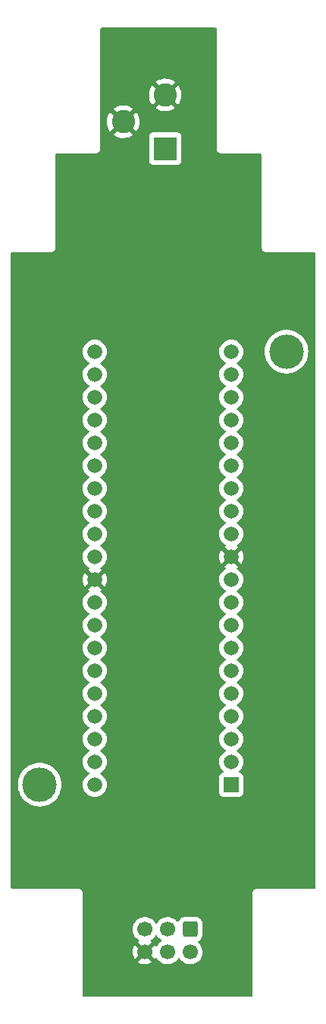
<source format=gbr>
%TF.GenerationSoftware,KiCad,Pcbnew,(6.0.4)*%
%TF.CreationDate,2022-05-17T15:50:22-07:00*%
%TF.ProjectId,Atmega32a-pu(40 pin dip) programmer,41746d65-6761-4333-9261-2d7075283430,rev?*%
%TF.SameCoordinates,Original*%
%TF.FileFunction,Copper,L2,Bot*%
%TF.FilePolarity,Positive*%
%FSLAX46Y46*%
G04 Gerber Fmt 4.6, Leading zero omitted, Abs format (unit mm)*
G04 Created by KiCad (PCBNEW (6.0.4)) date 2022-05-17 15:50:22*
%MOMM*%
%LPD*%
G01*
G04 APERTURE LIST*
G04 Aperture macros list*
%AMRoundRect*
0 Rectangle with rounded corners*
0 $1 Rounding radius*
0 $2 $3 $4 $5 $6 $7 $8 $9 X,Y pos of 4 corners*
0 Add a 4 corners polygon primitive as box body*
4,1,4,$2,$3,$4,$5,$6,$7,$8,$9,$2,$3,0*
0 Add four circle primitives for the rounded corners*
1,1,$1+$1,$2,$3*
1,1,$1+$1,$4,$5*
1,1,$1+$1,$6,$7*
1,1,$1+$1,$8,$9*
0 Add four rect primitives between the rounded corners*
20,1,$1+$1,$2,$3,$4,$5,0*
20,1,$1+$1,$4,$5,$6,$7,0*
20,1,$1+$1,$6,$7,$8,$9,0*
20,1,$1+$1,$8,$9,$2,$3,0*%
G04 Aperture macros list end*
%TA.AperFunction,ComponentPad*%
%ADD10R,2.600000X2.600000*%
%TD*%
%TA.AperFunction,ComponentPad*%
%ADD11C,2.600000*%
%TD*%
%TA.AperFunction,ComponentPad*%
%ADD12R,1.665000X1.665000*%
%TD*%
%TA.AperFunction,ComponentPad*%
%ADD13C,1.665000*%
%TD*%
%TA.AperFunction,ComponentPad*%
%ADD14C,3.840000*%
%TD*%
%TA.AperFunction,ComponentPad*%
%ADD15RoundRect,0.250000X-0.600000X0.600000X-0.600000X-0.600000X0.600000X-0.600000X0.600000X0.600000X0*%
%TD*%
%TA.AperFunction,ComponentPad*%
%ADD16C,1.700000*%
%TD*%
%TA.AperFunction,ViaPad*%
%ADD17C,0.800000*%
%TD*%
%TA.AperFunction,ViaPad*%
%ADD18C,0.700000*%
%TD*%
G04 APERTURE END LIST*
D10*
%TO.P,J2,1*%
%TO.N,VDD*%
X120750000Y-73000000D03*
D11*
%TO.P,J2,2*%
%TO.N,GND*%
X120750000Y-67000000D03*
%TO.P,J2,3*%
X116050000Y-70000000D03*
%TD*%
D12*
%TO.P,U1,1,PB0*%
%TO.N,unconnected-(U1-Pad1)*%
X128120000Y-143880000D03*
D13*
%TO.P,U1,2,PB1*%
%TO.N,unconnected-(U1-Pad2)*%
X128120000Y-141340000D03*
%TO.P,U1,3,PB2*%
%TO.N,unconnected-(U1-Pad3)*%
X128120000Y-138800000D03*
%TO.P,U1,4,PB3*%
%TO.N,unconnected-(U1-Pad4)*%
X128120000Y-136260000D03*
%TO.P,U1,5,PB4*%
%TO.N,unconnected-(U1-Pad5)*%
X128120000Y-133720000D03*
%TO.P,U1,6,PB5*%
%TO.N,/MOSI*%
X128120000Y-131180000D03*
%TO.P,U1,7,PB6*%
%TO.N,/MISO*%
X128120000Y-128640000D03*
%TO.P,U1,8,PB7*%
%TO.N,/SCK*%
X128120000Y-126100000D03*
%TO.P,U1,9,~{RESET}*%
%TO.N,/RST*%
X128120000Y-123560000D03*
%TO.P,U1,10,VCC*%
%TO.N,+5V*%
X128120000Y-121020000D03*
%TO.P,U1,11,GND*%
%TO.N,GND*%
X128120000Y-118480000D03*
%TO.P,U1,12,XTAL2*%
%TO.N,Net-(C5-Pad1)*%
X128120000Y-115940000D03*
%TO.P,U1,13,XTAL1*%
%TO.N,Net-(C4-Pad1)*%
X128120000Y-113400000D03*
%TO.P,U1,14,PD0*%
%TO.N,unconnected-(U1-Pad14)*%
X128120000Y-110860000D03*
%TO.P,U1,15,PD1*%
%TO.N,unconnected-(U1-Pad15)*%
X128120000Y-108320000D03*
%TO.P,U1,16,PD2*%
%TO.N,unconnected-(U1-Pad16)*%
X128120000Y-105780000D03*
%TO.P,U1,17,PD3*%
%TO.N,unconnected-(U1-Pad17)*%
X128120000Y-103240000D03*
%TO.P,U1,18,PD4*%
%TO.N,unconnected-(U1-Pad18)*%
X128120000Y-100700000D03*
%TO.P,U1,19,PD5*%
%TO.N,unconnected-(U1-Pad19)*%
X128120000Y-98160000D03*
%TO.P,U1,20,PD6*%
%TO.N,unconnected-(U1-Pad20)*%
X128120000Y-95620000D03*
%TO.P,U1,21,PD7*%
%TO.N,unconnected-(U1-Pad21)*%
X112880000Y-95620000D03*
%TO.P,U1,22,PC0*%
%TO.N,unconnected-(U1-Pad22)*%
X112880000Y-98160000D03*
%TO.P,U1,23,PC1*%
%TO.N,unconnected-(U1-Pad23)*%
X112880000Y-100700000D03*
%TO.P,U1,24,PC2*%
%TO.N,unconnected-(U1-Pad24)*%
X112880000Y-103240000D03*
%TO.P,U1,25,PC3*%
%TO.N,unconnected-(U1-Pad25)*%
X112880000Y-105780000D03*
%TO.P,U1,26,PC4*%
%TO.N,unconnected-(U1-Pad26)*%
X112880000Y-108320000D03*
%TO.P,U1,27,PC5*%
%TO.N,unconnected-(U1-Pad27)*%
X112880000Y-110860000D03*
%TO.P,U1,28,PC6*%
%TO.N,unconnected-(U1-Pad28)*%
X112880000Y-113400000D03*
%TO.P,U1,29,PC7*%
%TO.N,unconnected-(U1-Pad29)*%
X112880000Y-115940000D03*
%TO.P,U1,30,AVCC*%
%TO.N,+5V*%
X112880000Y-118480000D03*
%TO.P,U1,31,GND*%
%TO.N,GND*%
X112880000Y-121020000D03*
%TO.P,U1,32,AREF*%
%TO.N,unconnected-(U1-Pad32)*%
X112880000Y-123560000D03*
%TO.P,U1,33,PA7*%
%TO.N,unconnected-(U1-Pad33)*%
X112880000Y-126100000D03*
%TO.P,U1,34,PA6*%
%TO.N,unconnected-(U1-Pad34)*%
X112880000Y-128640000D03*
%TO.P,U1,35,PA5*%
%TO.N,unconnected-(U1-Pad35)*%
X112880000Y-131180000D03*
%TO.P,U1,36,PA4*%
%TO.N,unconnected-(U1-Pad36)*%
X112880000Y-133720000D03*
%TO.P,U1,37,PA3*%
%TO.N,unconnected-(U1-Pad37)*%
X112880000Y-136260000D03*
%TO.P,U1,38,PA2*%
%TO.N,unconnected-(U1-Pad38)*%
X112880000Y-138800000D03*
%TO.P,U1,39,PA1*%
%TO.N,unconnected-(U1-Pad39)*%
X112880000Y-141340000D03*
%TO.P,U1,40,PA0*%
%TO.N,unconnected-(U1-Pad40)*%
X112880000Y-143880000D03*
D14*
%TO.P,U1,MH1*%
%TO.N,N/C*%
X106720000Y-143880000D03*
%TO.P,U1,MH2*%
X134280000Y-95620000D03*
%TD*%
D15*
%TO.P,J1,1,MISO*%
%TO.N,/MISO*%
X123545000Y-160000000D03*
D16*
%TO.P,J1,2,VCC*%
%TO.N,+5V*%
X123545000Y-162540000D03*
%TO.P,J1,3,SCK*%
%TO.N,/SCK*%
X121005000Y-160000000D03*
%TO.P,J1,4,MOSI*%
%TO.N,/MOSI*%
X121005000Y-162540000D03*
%TO.P,J1,5,~{RST}*%
%TO.N,/RST*%
X118465000Y-160000000D03*
%TO.P,J1,6,GND*%
%TO.N,GND*%
X118465000Y-162540000D03*
%TD*%
D17*
%TO.N,GND*%
X110250000Y-82750000D03*
D18*
X134000000Y-118000000D03*
D17*
X124000000Y-76250000D03*
X135700000Y-110200000D03*
X130250000Y-79750000D03*
D18*
X105500000Y-121750000D03*
D17*
X126750000Y-76250000D03*
X129250000Y-76250000D03*
X126500000Y-84250000D03*
X117750000Y-85250000D03*
X129250000Y-84250000D03*
X123750000Y-84250000D03*
X115000000Y-80500000D03*
X132250000Y-114000000D03*
D18*
X108000000Y-122000000D03*
D17*
X136000000Y-104750000D03*
D18*
X134000000Y-120000000D03*
%TD*%
%TA.AperFunction,Conductor*%
%TO.N,GND*%
G36*
X126433621Y-59528502D02*
G01*
X126480114Y-59582158D01*
X126491500Y-59634500D01*
X126491500Y-72991377D01*
X126491498Y-72992147D01*
X126491024Y-73069721D01*
X126493491Y-73078352D01*
X126499150Y-73098153D01*
X126502728Y-73114915D01*
X126506920Y-73144187D01*
X126510634Y-73152355D01*
X126510634Y-73152356D01*
X126517548Y-73167562D01*
X126523996Y-73185086D01*
X126531051Y-73209771D01*
X126535843Y-73217365D01*
X126535844Y-73217368D01*
X126546830Y-73234780D01*
X126554969Y-73249863D01*
X126567208Y-73276782D01*
X126573069Y-73283584D01*
X126583970Y-73296235D01*
X126595073Y-73311239D01*
X126608776Y-73332958D01*
X126615501Y-73338897D01*
X126615504Y-73338901D01*
X126630938Y-73352532D01*
X126642982Y-73364724D01*
X126656427Y-73380327D01*
X126656430Y-73380329D01*
X126662287Y-73387127D01*
X126669816Y-73392007D01*
X126669817Y-73392008D01*
X126683835Y-73401094D01*
X126698709Y-73412385D01*
X126711217Y-73423431D01*
X126717951Y-73429378D01*
X126744711Y-73441942D01*
X126759691Y-73450263D01*
X126776983Y-73461471D01*
X126776988Y-73461473D01*
X126784515Y-73466352D01*
X126793108Y-73468922D01*
X126793113Y-73468924D01*
X126809120Y-73473711D01*
X126826564Y-73480372D01*
X126841676Y-73487467D01*
X126841678Y-73487468D01*
X126849800Y-73491281D01*
X126858667Y-73492662D01*
X126858668Y-73492662D01*
X126861353Y-73493080D01*
X126879017Y-73495830D01*
X126895732Y-73499613D01*
X126915466Y-73505515D01*
X126915472Y-73505516D01*
X126924066Y-73508086D01*
X126933037Y-73508141D01*
X126933038Y-73508141D01*
X126943097Y-73508202D01*
X126958506Y-73508296D01*
X126959289Y-73508329D01*
X126960386Y-73508500D01*
X126991377Y-73508500D01*
X126992147Y-73508502D01*
X127065785Y-73508952D01*
X127065786Y-73508952D01*
X127069721Y-73508976D01*
X127071065Y-73508592D01*
X127072410Y-73508500D01*
X131365500Y-73508500D01*
X131433621Y-73528502D01*
X131480114Y-73582158D01*
X131491500Y-73634500D01*
X131491500Y-83991377D01*
X131491498Y-83992147D01*
X131491024Y-84069721D01*
X131493491Y-84078352D01*
X131499150Y-84098153D01*
X131502728Y-84114915D01*
X131506920Y-84144187D01*
X131510634Y-84152355D01*
X131510634Y-84152356D01*
X131517548Y-84167562D01*
X131523996Y-84185086D01*
X131531051Y-84209771D01*
X131535843Y-84217365D01*
X131535844Y-84217368D01*
X131546830Y-84234780D01*
X131554969Y-84249863D01*
X131567208Y-84276782D01*
X131573069Y-84283584D01*
X131583970Y-84296235D01*
X131595073Y-84311239D01*
X131608776Y-84332958D01*
X131615501Y-84338897D01*
X131615504Y-84338901D01*
X131630938Y-84352532D01*
X131642982Y-84364724D01*
X131656427Y-84380327D01*
X131656430Y-84380329D01*
X131662287Y-84387127D01*
X131669816Y-84392007D01*
X131669817Y-84392008D01*
X131683835Y-84401094D01*
X131698709Y-84412385D01*
X131711217Y-84423431D01*
X131717951Y-84429378D01*
X131744711Y-84441942D01*
X131759691Y-84450263D01*
X131776983Y-84461471D01*
X131776988Y-84461473D01*
X131784515Y-84466352D01*
X131793108Y-84468922D01*
X131793113Y-84468924D01*
X131809120Y-84473711D01*
X131826564Y-84480372D01*
X131841676Y-84487467D01*
X131841678Y-84487468D01*
X131849800Y-84491281D01*
X131858667Y-84492662D01*
X131858668Y-84492662D01*
X131861353Y-84493080D01*
X131879017Y-84495830D01*
X131895732Y-84499613D01*
X131915466Y-84505515D01*
X131915472Y-84505516D01*
X131924066Y-84508086D01*
X131933037Y-84508141D01*
X131933038Y-84508141D01*
X131943097Y-84508202D01*
X131958506Y-84508296D01*
X131959289Y-84508329D01*
X131960386Y-84508500D01*
X131991377Y-84508500D01*
X131992147Y-84508502D01*
X132065785Y-84508952D01*
X132065786Y-84508952D01*
X132069721Y-84508976D01*
X132071065Y-84508592D01*
X132072410Y-84508500D01*
X137365500Y-84508500D01*
X137433621Y-84528502D01*
X137480114Y-84582158D01*
X137491500Y-84634500D01*
X137491500Y-155365500D01*
X137471498Y-155433621D01*
X137417842Y-155480114D01*
X137365500Y-155491500D01*
X131008623Y-155491500D01*
X131007853Y-155491498D01*
X131007037Y-155491493D01*
X130930279Y-155491024D01*
X130907918Y-155497415D01*
X130901847Y-155499150D01*
X130885085Y-155502728D01*
X130855813Y-155506920D01*
X130847645Y-155510634D01*
X130847644Y-155510634D01*
X130832438Y-155517548D01*
X130814914Y-155523996D01*
X130790229Y-155531051D01*
X130782635Y-155535843D01*
X130782632Y-155535844D01*
X130765220Y-155546830D01*
X130750137Y-155554969D01*
X130723218Y-155567208D01*
X130716416Y-155573069D01*
X130703765Y-155583970D01*
X130688761Y-155595073D01*
X130667042Y-155608776D01*
X130661103Y-155615501D01*
X130661099Y-155615504D01*
X130647468Y-155630938D01*
X130635276Y-155642982D01*
X130619673Y-155656427D01*
X130619671Y-155656430D01*
X130612873Y-155662287D01*
X130607993Y-155669816D01*
X130607992Y-155669817D01*
X130598906Y-155683835D01*
X130587615Y-155698709D01*
X130576569Y-155711217D01*
X130570622Y-155717951D01*
X130564312Y-155731391D01*
X130558058Y-155744711D01*
X130549737Y-155759691D01*
X130538529Y-155776983D01*
X130538527Y-155776988D01*
X130533648Y-155784515D01*
X130531078Y-155793108D01*
X130531076Y-155793113D01*
X130526289Y-155809120D01*
X130519628Y-155826564D01*
X130512533Y-155841676D01*
X130508719Y-155849800D01*
X130507338Y-155858667D01*
X130507338Y-155858668D01*
X130504170Y-155879015D01*
X130500387Y-155895732D01*
X130494485Y-155915466D01*
X130494484Y-155915472D01*
X130491914Y-155924066D01*
X130491859Y-155933037D01*
X130491859Y-155933038D01*
X130491704Y-155958497D01*
X130491671Y-155959289D01*
X130491500Y-155960386D01*
X130491500Y-155991377D01*
X130491498Y-155992147D01*
X130491024Y-156069721D01*
X130491408Y-156071065D01*
X130491500Y-156072410D01*
X130491500Y-167365500D01*
X130471498Y-167433621D01*
X130417842Y-167480114D01*
X130365500Y-167491500D01*
X111634500Y-167491500D01*
X111566379Y-167471498D01*
X111519886Y-167417842D01*
X111508500Y-167365500D01*
X111508500Y-163664853D01*
X117704977Y-163664853D01*
X117710258Y-163671907D01*
X117871756Y-163766279D01*
X117881042Y-163770729D01*
X118080001Y-163846703D01*
X118089899Y-163849579D01*
X118298595Y-163892038D01*
X118308823Y-163893257D01*
X118521650Y-163901062D01*
X118531936Y-163900595D01*
X118743185Y-163873534D01*
X118753262Y-163871392D01*
X118957255Y-163810191D01*
X118966842Y-163806433D01*
X119158098Y-163712738D01*
X119166944Y-163707465D01*
X119214247Y-163673723D01*
X119222648Y-163663023D01*
X119215660Y-163649870D01*
X118477812Y-162912022D01*
X118463868Y-162904408D01*
X118462035Y-162904539D01*
X118455420Y-162908790D01*
X117711737Y-163652473D01*
X117704977Y-163664853D01*
X111508500Y-163664853D01*
X111508500Y-162511863D01*
X117103050Y-162511863D01*
X117115309Y-162724477D01*
X117116745Y-162734697D01*
X117163565Y-162942446D01*
X117166645Y-162952275D01*
X117246770Y-163149603D01*
X117251413Y-163158794D01*
X117331460Y-163289420D01*
X117341916Y-163298880D01*
X117350694Y-163295096D01*
X118092978Y-162552812D01*
X118100592Y-162538868D01*
X118100461Y-162537035D01*
X118096210Y-162530420D01*
X117354849Y-161789059D01*
X117343313Y-161782759D01*
X117331031Y-161792382D01*
X117283089Y-161862662D01*
X117278004Y-161871613D01*
X117188338Y-162064783D01*
X117184775Y-162074470D01*
X117127864Y-162279681D01*
X117125933Y-162289800D01*
X117103302Y-162501574D01*
X117103050Y-162511863D01*
X111508500Y-162511863D01*
X111508500Y-159966695D01*
X117102251Y-159966695D01*
X117115110Y-160189715D01*
X117116247Y-160194761D01*
X117116248Y-160194767D01*
X117140304Y-160301508D01*
X117164222Y-160407639D01*
X117248266Y-160614616D01*
X117299942Y-160698944D01*
X117362291Y-160800688D01*
X117364987Y-160805088D01*
X117511250Y-160973938D01*
X117683126Y-161116632D01*
X117756445Y-161159476D01*
X117756955Y-161159774D01*
X117805679Y-161211412D01*
X117818750Y-161281195D01*
X117792019Y-161346967D01*
X117751562Y-161380327D01*
X117743460Y-161384544D01*
X117734734Y-161390039D01*
X117714677Y-161405099D01*
X117706223Y-161416427D01*
X117712968Y-161428758D01*
X118452188Y-162167978D01*
X118466132Y-162175592D01*
X118467965Y-162175461D01*
X118474580Y-162171210D01*
X119218389Y-161427401D01*
X119225410Y-161414544D01*
X119218611Y-161405213D01*
X119214559Y-161402521D01*
X119177602Y-161382120D01*
X119127631Y-161331687D01*
X119112859Y-161262245D01*
X119137975Y-161195839D01*
X119165327Y-161169232D01*
X119188797Y-161152491D01*
X119344860Y-161041173D01*
X119503096Y-160883489D01*
X119562594Y-160800689D01*
X119633453Y-160702077D01*
X119634776Y-160703028D01*
X119681645Y-160659857D01*
X119751580Y-160647625D01*
X119817026Y-160675144D01*
X119844875Y-160706994D01*
X119904987Y-160805088D01*
X120051250Y-160973938D01*
X120223126Y-161116632D01*
X120293595Y-161157811D01*
X120296445Y-161159476D01*
X120345169Y-161211114D01*
X120358240Y-161280897D01*
X120331509Y-161346669D01*
X120291055Y-161380027D01*
X120278607Y-161386507D01*
X120274474Y-161389610D01*
X120274471Y-161389612D01*
X120104100Y-161517530D01*
X120099965Y-161520635D01*
X119945629Y-161682138D01*
X119838204Y-161839618D01*
X119837898Y-161840066D01*
X119782987Y-161885069D01*
X119712462Y-161893240D01*
X119648715Y-161861986D01*
X119628017Y-161837501D01*
X119598062Y-161791197D01*
X119587377Y-161781995D01*
X119577812Y-161786398D01*
X118837022Y-162527188D01*
X118829408Y-162541132D01*
X118829539Y-162542965D01*
X118833790Y-162549580D01*
X119575474Y-163291264D01*
X119587484Y-163297823D01*
X119599223Y-163288855D01*
X119633022Y-163241819D01*
X119634277Y-163242721D01*
X119681391Y-163199355D01*
X119751330Y-163187148D01*
X119816767Y-163214691D01*
X119844580Y-163246513D01*
X119902287Y-163340683D01*
X119902291Y-163340688D01*
X119904987Y-163345088D01*
X120051250Y-163513938D01*
X120223126Y-163656632D01*
X120416000Y-163769338D01*
X120624692Y-163849030D01*
X120629760Y-163850061D01*
X120629763Y-163850062D01*
X120734604Y-163871392D01*
X120843597Y-163893567D01*
X120848772Y-163893757D01*
X120848774Y-163893757D01*
X121061673Y-163901564D01*
X121061677Y-163901564D01*
X121066837Y-163901753D01*
X121071957Y-163901097D01*
X121071959Y-163901097D01*
X121283288Y-163874025D01*
X121283289Y-163874025D01*
X121288416Y-163873368D01*
X121293366Y-163871883D01*
X121497429Y-163810661D01*
X121497434Y-163810659D01*
X121502384Y-163809174D01*
X121702994Y-163710896D01*
X121884860Y-163581173D01*
X122043096Y-163423489D01*
X122173453Y-163242077D01*
X122174776Y-163243028D01*
X122221645Y-163199857D01*
X122291580Y-163187625D01*
X122357026Y-163215144D01*
X122384875Y-163246994D01*
X122444987Y-163345088D01*
X122591250Y-163513938D01*
X122763126Y-163656632D01*
X122956000Y-163769338D01*
X123164692Y-163849030D01*
X123169760Y-163850061D01*
X123169763Y-163850062D01*
X123274604Y-163871392D01*
X123383597Y-163893567D01*
X123388772Y-163893757D01*
X123388774Y-163893757D01*
X123601673Y-163901564D01*
X123601677Y-163901564D01*
X123606837Y-163901753D01*
X123611957Y-163901097D01*
X123611959Y-163901097D01*
X123823288Y-163874025D01*
X123823289Y-163874025D01*
X123828416Y-163873368D01*
X123833366Y-163871883D01*
X124037429Y-163810661D01*
X124037434Y-163810659D01*
X124042384Y-163809174D01*
X124242994Y-163710896D01*
X124424860Y-163581173D01*
X124583096Y-163423489D01*
X124713453Y-163242077D01*
X124734320Y-163199857D01*
X124810136Y-163046453D01*
X124810137Y-163046451D01*
X124812430Y-163041811D01*
X124877370Y-162828069D01*
X124906529Y-162606590D01*
X124908156Y-162540000D01*
X124889852Y-162317361D01*
X124835431Y-162100702D01*
X124746354Y-161895840D01*
X124625014Y-161708277D01*
X124474670Y-161543051D01*
X124432006Y-161509357D01*
X124390944Y-161451441D01*
X124387712Y-161380518D01*
X124423337Y-161319107D01*
X124456647Y-161296376D01*
X124462007Y-161293865D01*
X124468946Y-161291550D01*
X124619348Y-161198478D01*
X124744305Y-161073303D01*
X124766357Y-161037529D01*
X124833275Y-160928968D01*
X124833276Y-160928966D01*
X124837115Y-160922738D01*
X124892797Y-160754861D01*
X124903500Y-160650400D01*
X124903500Y-159349600D01*
X124903163Y-159346350D01*
X124893238Y-159250692D01*
X124893237Y-159250688D01*
X124892526Y-159243834D01*
X124858598Y-159142138D01*
X124838868Y-159083002D01*
X124836550Y-159076054D01*
X124743478Y-158925652D01*
X124618303Y-158800695D01*
X124544030Y-158754912D01*
X124473968Y-158711725D01*
X124473966Y-158711724D01*
X124467738Y-158707885D01*
X124307254Y-158654655D01*
X124306389Y-158654368D01*
X124306387Y-158654368D01*
X124299861Y-158652203D01*
X124293025Y-158651503D01*
X124293022Y-158651502D01*
X124249969Y-158647091D01*
X124195400Y-158641500D01*
X122894600Y-158641500D01*
X122891354Y-158641837D01*
X122891350Y-158641837D01*
X122795692Y-158651762D01*
X122795688Y-158651763D01*
X122788834Y-158652474D01*
X122782298Y-158654655D01*
X122782296Y-158654655D01*
X122719631Y-158675562D01*
X122621054Y-158708450D01*
X122470652Y-158801522D01*
X122465479Y-158806704D01*
X122407686Y-158864598D01*
X122345695Y-158926697D01*
X122341855Y-158932927D01*
X122341854Y-158932928D01*
X122296275Y-159006870D01*
X122252885Y-159077262D01*
X122250579Y-159084213D01*
X122248561Y-159088542D01*
X122201644Y-159141828D01*
X122133367Y-159161290D01*
X122065407Y-159140749D01*
X122041172Y-159120094D01*
X121938152Y-159006876D01*
X121938142Y-159006867D01*
X121934670Y-159003051D01*
X121930619Y-158999852D01*
X121930615Y-158999848D01*
X121763414Y-158867800D01*
X121763410Y-158867798D01*
X121759359Y-158864598D01*
X121563789Y-158756638D01*
X121558920Y-158754914D01*
X121558916Y-158754912D01*
X121358087Y-158683795D01*
X121358083Y-158683794D01*
X121353212Y-158682069D01*
X121348119Y-158681162D01*
X121348116Y-158681161D01*
X121138373Y-158643800D01*
X121138367Y-158643799D01*
X121133284Y-158642894D01*
X121059452Y-158641992D01*
X120915081Y-158640228D01*
X120915079Y-158640228D01*
X120909911Y-158640165D01*
X120689091Y-158673955D01*
X120476756Y-158743357D01*
X120446443Y-158759137D01*
X120356678Y-158805866D01*
X120278607Y-158846507D01*
X120274474Y-158849610D01*
X120274471Y-158849612D01*
X120104100Y-158977530D01*
X120099965Y-158980635D01*
X119945629Y-159142138D01*
X119838201Y-159299621D01*
X119783293Y-159344621D01*
X119712768Y-159352792D01*
X119649021Y-159321538D01*
X119628324Y-159297054D01*
X119547822Y-159172617D01*
X119547820Y-159172614D01*
X119545014Y-159168277D01*
X119394670Y-159003051D01*
X119390619Y-158999852D01*
X119390615Y-158999848D01*
X119223414Y-158867800D01*
X119223410Y-158867798D01*
X119219359Y-158864598D01*
X119023789Y-158756638D01*
X119018920Y-158754914D01*
X119018916Y-158754912D01*
X118818087Y-158683795D01*
X118818083Y-158683794D01*
X118813212Y-158682069D01*
X118808119Y-158681162D01*
X118808116Y-158681161D01*
X118598373Y-158643800D01*
X118598367Y-158643799D01*
X118593284Y-158642894D01*
X118519452Y-158641992D01*
X118375081Y-158640228D01*
X118375079Y-158640228D01*
X118369911Y-158640165D01*
X118149091Y-158673955D01*
X117936756Y-158743357D01*
X117906443Y-158759137D01*
X117816678Y-158805866D01*
X117738607Y-158846507D01*
X117734474Y-158849610D01*
X117734471Y-158849612D01*
X117564100Y-158977530D01*
X117559965Y-158980635D01*
X117405629Y-159142138D01*
X117279743Y-159326680D01*
X117185688Y-159529305D01*
X117125989Y-159744570D01*
X117102251Y-159966695D01*
X111508500Y-159966695D01*
X111508500Y-156008623D01*
X111508502Y-156007853D01*
X111508800Y-155959102D01*
X111508976Y-155930279D01*
X111500850Y-155901847D01*
X111497272Y-155885085D01*
X111494352Y-155864698D01*
X111493080Y-155855813D01*
X111482451Y-155832436D01*
X111476004Y-155814913D01*
X111471416Y-155798862D01*
X111468949Y-155790229D01*
X111464156Y-155782632D01*
X111453170Y-155765220D01*
X111445030Y-155750135D01*
X111442564Y-155744711D01*
X111432792Y-155723218D01*
X111416030Y-155703765D01*
X111404927Y-155688761D01*
X111391224Y-155667042D01*
X111384499Y-155661103D01*
X111384496Y-155661099D01*
X111369062Y-155647468D01*
X111357018Y-155635276D01*
X111343573Y-155619673D01*
X111343570Y-155619671D01*
X111337713Y-155612873D01*
X111324009Y-155603990D01*
X111316165Y-155598906D01*
X111301291Y-155587615D01*
X111288783Y-155576569D01*
X111288782Y-155576568D01*
X111282049Y-155570622D01*
X111255287Y-155558057D01*
X111240309Y-155549737D01*
X111223017Y-155538529D01*
X111223012Y-155538527D01*
X111215485Y-155533648D01*
X111206892Y-155531078D01*
X111206887Y-155531076D01*
X111190880Y-155526289D01*
X111173436Y-155519628D01*
X111158324Y-155512533D01*
X111158322Y-155512532D01*
X111150200Y-155508719D01*
X111141333Y-155507338D01*
X111141332Y-155507338D01*
X111130478Y-155505648D01*
X111120983Y-155504170D01*
X111104268Y-155500387D01*
X111084534Y-155494485D01*
X111084528Y-155494484D01*
X111075934Y-155491914D01*
X111066963Y-155491859D01*
X111066962Y-155491859D01*
X111056903Y-155491798D01*
X111041494Y-155491704D01*
X111040711Y-155491671D01*
X111039614Y-155491500D01*
X111008623Y-155491500D01*
X111007853Y-155491498D01*
X110934215Y-155491048D01*
X110934214Y-155491048D01*
X110930279Y-155491024D01*
X110928935Y-155491408D01*
X110927590Y-155491500D01*
X103634500Y-155491500D01*
X103566379Y-155471498D01*
X103519886Y-155417842D01*
X103508500Y-155365500D01*
X103508500Y-143880000D01*
X104286698Y-143880000D01*
X104305885Y-144184974D01*
X104363145Y-144485138D01*
X104457573Y-144775758D01*
X104459260Y-144779344D01*
X104459262Y-144779348D01*
X104585993Y-145048666D01*
X104585997Y-145048673D01*
X104587681Y-145052252D01*
X104751417Y-145310259D01*
X104946199Y-145545710D01*
X105168955Y-145754891D01*
X105416172Y-145934505D01*
X105683950Y-146081717D01*
X105838108Y-146142753D01*
X105964385Y-146192750D01*
X105964388Y-146192751D01*
X105968068Y-146194208D01*
X105971902Y-146195192D01*
X105971910Y-146195195D01*
X106154843Y-146242164D01*
X106264045Y-146270202D01*
X106267973Y-146270698D01*
X106267977Y-146270699D01*
X106415629Y-146289351D01*
X106567212Y-146308500D01*
X106872788Y-146308500D01*
X107024371Y-146289351D01*
X107172023Y-146270699D01*
X107172027Y-146270698D01*
X107175955Y-146270202D01*
X107285157Y-146242164D01*
X107468090Y-146195195D01*
X107468098Y-146195192D01*
X107471932Y-146194208D01*
X107475612Y-146192751D01*
X107475615Y-146192750D01*
X107601892Y-146142753D01*
X107756050Y-146081717D01*
X108023828Y-145934505D01*
X108271045Y-145754891D01*
X108493801Y-145545710D01*
X108688583Y-145310259D01*
X108852319Y-145052252D01*
X108854003Y-145048673D01*
X108854007Y-145048666D01*
X108980738Y-144779348D01*
X108980740Y-144779344D01*
X108982427Y-144775758D01*
X109076855Y-144485138D01*
X109134115Y-144184974D01*
X109153302Y-143880000D01*
X111533878Y-143880000D01*
X111554329Y-144113752D01*
X111615059Y-144340401D01*
X111617381Y-144345382D01*
X111617382Y-144345383D01*
X111711898Y-144548074D01*
X111711901Y-144548079D01*
X111714224Y-144553061D01*
X111848811Y-144745271D01*
X112014729Y-144911189D01*
X112019237Y-144914346D01*
X112019240Y-144914348D01*
X112202430Y-145042619D01*
X112206939Y-145045776D01*
X112211921Y-145048099D01*
X112211926Y-145048102D01*
X112414617Y-145142618D01*
X112419599Y-145144941D01*
X112424907Y-145146363D01*
X112424909Y-145146364D01*
X112640933Y-145204247D01*
X112640935Y-145204247D01*
X112646248Y-145205671D01*
X112880000Y-145226122D01*
X113113752Y-145205671D01*
X113119065Y-145204247D01*
X113119067Y-145204247D01*
X113335091Y-145146364D01*
X113335093Y-145146363D01*
X113340401Y-145144941D01*
X113345383Y-145142618D01*
X113548074Y-145048102D01*
X113548079Y-145048099D01*
X113553061Y-145045776D01*
X113557570Y-145042619D01*
X113740760Y-144914348D01*
X113740763Y-144914346D01*
X113745271Y-144911189D01*
X113911189Y-144745271D01*
X114045776Y-144553061D01*
X114048099Y-144548079D01*
X114048102Y-144548074D01*
X114142618Y-144345383D01*
X114142619Y-144345382D01*
X114144941Y-144340401D01*
X114205671Y-144113752D01*
X114226122Y-143880000D01*
X114205671Y-143646248D01*
X114144941Y-143419599D01*
X114077449Y-143274862D01*
X114048102Y-143211926D01*
X114048099Y-143211921D01*
X114045776Y-143206939D01*
X113911189Y-143014729D01*
X113745271Y-142848811D01*
X113740763Y-142845654D01*
X113740760Y-142845652D01*
X113553061Y-142714224D01*
X113554268Y-142712500D01*
X113511586Y-142667734D01*
X113498152Y-142598020D01*
X113524540Y-142532109D01*
X113553767Y-142506784D01*
X113553061Y-142505776D01*
X113740760Y-142374348D01*
X113740763Y-142374346D01*
X113745271Y-142371189D01*
X113911189Y-142205271D01*
X114045776Y-142013061D01*
X114048099Y-142008079D01*
X114048102Y-142008074D01*
X114142618Y-141805383D01*
X114142619Y-141805382D01*
X114144941Y-141800401D01*
X114205671Y-141573752D01*
X114226122Y-141340000D01*
X126773878Y-141340000D01*
X126794329Y-141573752D01*
X126855059Y-141800401D01*
X126857381Y-141805382D01*
X126857382Y-141805383D01*
X126951898Y-142008074D01*
X126951901Y-142008079D01*
X126954224Y-142013061D01*
X127088811Y-142205271D01*
X127222186Y-142338646D01*
X127256212Y-142400958D01*
X127251147Y-142471773D01*
X127208600Y-142528609D01*
X127176384Y-142543620D01*
X127177184Y-142545755D01*
X127040795Y-142596885D01*
X126924239Y-142684239D01*
X126836885Y-142800795D01*
X126785755Y-142937184D01*
X126779000Y-142999366D01*
X126779000Y-144760634D01*
X126785755Y-144822816D01*
X126836885Y-144959205D01*
X126924239Y-145075761D01*
X127040795Y-145163115D01*
X127177184Y-145214245D01*
X127239366Y-145221000D01*
X129000634Y-145221000D01*
X129062816Y-145214245D01*
X129199205Y-145163115D01*
X129315761Y-145075761D01*
X129403115Y-144959205D01*
X129454245Y-144822816D01*
X129461000Y-144760634D01*
X129461000Y-142999366D01*
X129454245Y-142937184D01*
X129403115Y-142800795D01*
X129315761Y-142684239D01*
X129199205Y-142596885D01*
X129062816Y-142545755D01*
X129064069Y-142542412D01*
X129016464Y-142515466D01*
X128983394Y-142452642D01*
X128989539Y-142381912D01*
X129017814Y-142338646D01*
X129151189Y-142205271D01*
X129285776Y-142013061D01*
X129288099Y-142008079D01*
X129288102Y-142008074D01*
X129382618Y-141805383D01*
X129382619Y-141805382D01*
X129384941Y-141800401D01*
X129445671Y-141573752D01*
X129466122Y-141340000D01*
X129445671Y-141106248D01*
X129384941Y-140879599D01*
X129382618Y-140874617D01*
X129288102Y-140671926D01*
X129288099Y-140671921D01*
X129285776Y-140666939D01*
X129151189Y-140474729D01*
X128985271Y-140308811D01*
X128980763Y-140305654D01*
X128980760Y-140305652D01*
X128793061Y-140174224D01*
X128794268Y-140172500D01*
X128751586Y-140127734D01*
X128738152Y-140058020D01*
X128764540Y-139992109D01*
X128793767Y-139966784D01*
X128793061Y-139965776D01*
X128980760Y-139834348D01*
X128980763Y-139834346D01*
X128985271Y-139831189D01*
X129151189Y-139665271D01*
X129285776Y-139473061D01*
X129288099Y-139468079D01*
X129288102Y-139468074D01*
X129382618Y-139265383D01*
X129382619Y-139265382D01*
X129384941Y-139260401D01*
X129445671Y-139033752D01*
X129466122Y-138800000D01*
X129445671Y-138566248D01*
X129384941Y-138339599D01*
X129382618Y-138334617D01*
X129288102Y-138131926D01*
X129288099Y-138131921D01*
X129285776Y-138126939D01*
X129151189Y-137934729D01*
X128985271Y-137768811D01*
X128980763Y-137765654D01*
X128980760Y-137765652D01*
X128793061Y-137634224D01*
X128794268Y-137632500D01*
X128751586Y-137587734D01*
X128738152Y-137518020D01*
X128764540Y-137452109D01*
X128793767Y-137426784D01*
X128793061Y-137425776D01*
X128980760Y-137294348D01*
X128980763Y-137294346D01*
X128985271Y-137291189D01*
X129151189Y-137125271D01*
X129285776Y-136933061D01*
X129288099Y-136928079D01*
X129288102Y-136928074D01*
X129382618Y-136725383D01*
X129382619Y-136725382D01*
X129384941Y-136720401D01*
X129445671Y-136493752D01*
X129466122Y-136260000D01*
X129445671Y-136026248D01*
X129384941Y-135799599D01*
X129382618Y-135794617D01*
X129288102Y-135591926D01*
X129288099Y-135591921D01*
X129285776Y-135586939D01*
X129151189Y-135394729D01*
X128985271Y-135228811D01*
X128980763Y-135225654D01*
X128980760Y-135225652D01*
X128793061Y-135094224D01*
X128794268Y-135092500D01*
X128751586Y-135047734D01*
X128738152Y-134978020D01*
X128764540Y-134912109D01*
X128793767Y-134886784D01*
X128793061Y-134885776D01*
X128980760Y-134754348D01*
X128980763Y-134754346D01*
X128985271Y-134751189D01*
X129151189Y-134585271D01*
X129285776Y-134393061D01*
X129288099Y-134388079D01*
X129288102Y-134388074D01*
X129382618Y-134185383D01*
X129382619Y-134185382D01*
X129384941Y-134180401D01*
X129445671Y-133953752D01*
X129466122Y-133720000D01*
X129445671Y-133486248D01*
X129384941Y-133259599D01*
X129382618Y-133254617D01*
X129288102Y-133051926D01*
X129288099Y-133051921D01*
X129285776Y-133046939D01*
X129151189Y-132854729D01*
X128985271Y-132688811D01*
X128980763Y-132685654D01*
X128980760Y-132685652D01*
X128793061Y-132554224D01*
X128794268Y-132552500D01*
X128751586Y-132507734D01*
X128738152Y-132438020D01*
X128764540Y-132372109D01*
X128793767Y-132346784D01*
X128793061Y-132345776D01*
X128980760Y-132214348D01*
X128980763Y-132214346D01*
X128985271Y-132211189D01*
X129151189Y-132045271D01*
X129285776Y-131853061D01*
X129288099Y-131848079D01*
X129288102Y-131848074D01*
X129382618Y-131645383D01*
X129382619Y-131645382D01*
X129384941Y-131640401D01*
X129445671Y-131413752D01*
X129466122Y-131180000D01*
X129445671Y-130946248D01*
X129384941Y-130719599D01*
X129382618Y-130714617D01*
X129288102Y-130511926D01*
X129288099Y-130511921D01*
X129285776Y-130506939D01*
X129151189Y-130314729D01*
X128985271Y-130148811D01*
X128980763Y-130145654D01*
X128980760Y-130145652D01*
X128793061Y-130014224D01*
X128794268Y-130012500D01*
X128751586Y-129967734D01*
X128738152Y-129898020D01*
X128764540Y-129832109D01*
X128793767Y-129806784D01*
X128793061Y-129805776D01*
X128980760Y-129674348D01*
X128980763Y-129674346D01*
X128985271Y-129671189D01*
X129151189Y-129505271D01*
X129285776Y-129313061D01*
X129288099Y-129308079D01*
X129288102Y-129308074D01*
X129382618Y-129105383D01*
X129382619Y-129105382D01*
X129384941Y-129100401D01*
X129445671Y-128873752D01*
X129466122Y-128640000D01*
X129445671Y-128406248D01*
X129384941Y-128179599D01*
X129382618Y-128174617D01*
X129288102Y-127971926D01*
X129288099Y-127971921D01*
X129285776Y-127966939D01*
X129151189Y-127774729D01*
X128985271Y-127608811D01*
X128980763Y-127605654D01*
X128980760Y-127605652D01*
X128793061Y-127474224D01*
X128794268Y-127472500D01*
X128751586Y-127427734D01*
X128738152Y-127358020D01*
X128764540Y-127292109D01*
X128793767Y-127266784D01*
X128793061Y-127265776D01*
X128980760Y-127134348D01*
X128980763Y-127134346D01*
X128985271Y-127131189D01*
X129151189Y-126965271D01*
X129285776Y-126773061D01*
X129288099Y-126768079D01*
X129288102Y-126768074D01*
X129382618Y-126565383D01*
X129382619Y-126565382D01*
X129384941Y-126560401D01*
X129445671Y-126333752D01*
X129466122Y-126100000D01*
X129445671Y-125866248D01*
X129384941Y-125639599D01*
X129382618Y-125634617D01*
X129288102Y-125431926D01*
X129288099Y-125431921D01*
X129285776Y-125426939D01*
X129151189Y-125234729D01*
X128985271Y-125068811D01*
X128980763Y-125065654D01*
X128980760Y-125065652D01*
X128793061Y-124934224D01*
X128794268Y-124932500D01*
X128751586Y-124887734D01*
X128738152Y-124818020D01*
X128764540Y-124752109D01*
X128793767Y-124726784D01*
X128793061Y-124725776D01*
X128980760Y-124594348D01*
X128980763Y-124594346D01*
X128985271Y-124591189D01*
X129151189Y-124425271D01*
X129285776Y-124233061D01*
X129288099Y-124228079D01*
X129288102Y-124228074D01*
X129382618Y-124025383D01*
X129382619Y-124025382D01*
X129384941Y-124020401D01*
X129445671Y-123793752D01*
X129466122Y-123560000D01*
X129445671Y-123326248D01*
X129384941Y-123099599D01*
X129382618Y-123094617D01*
X129288102Y-122891926D01*
X129288099Y-122891921D01*
X129285776Y-122886939D01*
X129151189Y-122694729D01*
X128985271Y-122528811D01*
X128980763Y-122525654D01*
X128980760Y-122525652D01*
X128793061Y-122394224D01*
X128794268Y-122392500D01*
X128751586Y-122347734D01*
X128738152Y-122278020D01*
X128764540Y-122212109D01*
X128793767Y-122186784D01*
X128793061Y-122185776D01*
X128980760Y-122054348D01*
X128980763Y-122054346D01*
X128985271Y-122051189D01*
X129151189Y-121885271D01*
X129241436Y-121756386D01*
X129282619Y-121697570D01*
X129282620Y-121697568D01*
X129285776Y-121693061D01*
X129288099Y-121688079D01*
X129288102Y-121688074D01*
X129382618Y-121485383D01*
X129382619Y-121485382D01*
X129384941Y-121480401D01*
X129445671Y-121253752D01*
X129466122Y-121020000D01*
X129445671Y-120786248D01*
X129384941Y-120559599D01*
X129288218Y-120352175D01*
X129288102Y-120351926D01*
X129288099Y-120351921D01*
X129285776Y-120346939D01*
X129242023Y-120284453D01*
X129154348Y-120159240D01*
X129154346Y-120159237D01*
X129151189Y-120154729D01*
X128985271Y-119988811D01*
X128980763Y-119985654D01*
X128980760Y-119985652D01*
X128793061Y-119854224D01*
X128794172Y-119852637D01*
X128751081Y-119807438D01*
X128737650Y-119737723D01*
X128764042Y-119671814D01*
X128793486Y-119646306D01*
X128792810Y-119645341D01*
X128856386Y-119600825D01*
X128864760Y-119590349D01*
X128857691Y-119576901D01*
X128132812Y-118852022D01*
X128118868Y-118844408D01*
X128117035Y-118844539D01*
X128110420Y-118848790D01*
X127381587Y-119577623D01*
X127375157Y-119589397D01*
X127384453Y-119601412D01*
X127447190Y-119645341D01*
X127446029Y-119647000D01*
X127488908Y-119691962D01*
X127502352Y-119761674D01*
X127475972Y-119827588D01*
X127446296Y-119853306D01*
X127446939Y-119854224D01*
X127259240Y-119985652D01*
X127259237Y-119985654D01*
X127254729Y-119988811D01*
X127088811Y-120154729D01*
X127085654Y-120159237D01*
X127085652Y-120159240D01*
X126997977Y-120284453D01*
X126954224Y-120346939D01*
X126951901Y-120351921D01*
X126951898Y-120351926D01*
X126951782Y-120352175D01*
X126855059Y-120559599D01*
X126794329Y-120786248D01*
X126773878Y-121020000D01*
X126794329Y-121253752D01*
X126855059Y-121480401D01*
X126857381Y-121485382D01*
X126857382Y-121485383D01*
X126951898Y-121688074D01*
X126951901Y-121688079D01*
X126954224Y-121693061D01*
X126957380Y-121697568D01*
X126957381Y-121697570D01*
X126998565Y-121756386D01*
X127088811Y-121885271D01*
X127254729Y-122051189D01*
X127259237Y-122054346D01*
X127259240Y-122054348D01*
X127446939Y-122185776D01*
X127445732Y-122187500D01*
X127488414Y-122232266D01*
X127501848Y-122301980D01*
X127475460Y-122367891D01*
X127446233Y-122393216D01*
X127446939Y-122394224D01*
X127259240Y-122525652D01*
X127259237Y-122525654D01*
X127254729Y-122528811D01*
X127088811Y-122694729D01*
X126954224Y-122886939D01*
X126951901Y-122891921D01*
X126951898Y-122891926D01*
X126857382Y-123094617D01*
X126855059Y-123099599D01*
X126794329Y-123326248D01*
X126773878Y-123560000D01*
X126794329Y-123793752D01*
X126855059Y-124020401D01*
X126857381Y-124025382D01*
X126857382Y-124025383D01*
X126951898Y-124228074D01*
X126951901Y-124228079D01*
X126954224Y-124233061D01*
X127088811Y-124425271D01*
X127254729Y-124591189D01*
X127259237Y-124594346D01*
X127259240Y-124594348D01*
X127446939Y-124725776D01*
X127445732Y-124727500D01*
X127488414Y-124772266D01*
X127501848Y-124841980D01*
X127475460Y-124907891D01*
X127446233Y-124933216D01*
X127446939Y-124934224D01*
X127259240Y-125065652D01*
X127259237Y-125065654D01*
X127254729Y-125068811D01*
X127088811Y-125234729D01*
X126954224Y-125426939D01*
X126951901Y-125431921D01*
X126951898Y-125431926D01*
X126857382Y-125634617D01*
X126855059Y-125639599D01*
X126794329Y-125866248D01*
X126773878Y-126100000D01*
X126794329Y-126333752D01*
X126855059Y-126560401D01*
X126857381Y-126565382D01*
X126857382Y-126565383D01*
X126951898Y-126768074D01*
X126951901Y-126768079D01*
X126954224Y-126773061D01*
X127088811Y-126965271D01*
X127254729Y-127131189D01*
X127259237Y-127134346D01*
X127259240Y-127134348D01*
X127446939Y-127265776D01*
X127445732Y-127267500D01*
X127488414Y-127312266D01*
X127501848Y-127381980D01*
X127475460Y-127447891D01*
X127446233Y-127473216D01*
X127446939Y-127474224D01*
X127259240Y-127605652D01*
X127259237Y-127605654D01*
X127254729Y-127608811D01*
X127088811Y-127774729D01*
X126954224Y-127966939D01*
X126951901Y-127971921D01*
X126951898Y-127971926D01*
X126857382Y-128174617D01*
X126855059Y-128179599D01*
X126794329Y-128406248D01*
X126773878Y-128640000D01*
X126794329Y-128873752D01*
X126855059Y-129100401D01*
X126857381Y-129105382D01*
X126857382Y-129105383D01*
X126951898Y-129308074D01*
X126951901Y-129308079D01*
X126954224Y-129313061D01*
X127088811Y-129505271D01*
X127254729Y-129671189D01*
X127259237Y-129674346D01*
X127259240Y-129674348D01*
X127446939Y-129805776D01*
X127445732Y-129807500D01*
X127488414Y-129852266D01*
X127501848Y-129921980D01*
X127475460Y-129987891D01*
X127446233Y-130013216D01*
X127446939Y-130014224D01*
X127259240Y-130145652D01*
X127259237Y-130145654D01*
X127254729Y-130148811D01*
X127088811Y-130314729D01*
X126954224Y-130506939D01*
X126951901Y-130511921D01*
X126951898Y-130511926D01*
X126857382Y-130714617D01*
X126855059Y-130719599D01*
X126794329Y-130946248D01*
X126773878Y-131180000D01*
X126794329Y-131413752D01*
X126855059Y-131640401D01*
X126857381Y-131645382D01*
X126857382Y-131645383D01*
X126951898Y-131848074D01*
X126951901Y-131848079D01*
X126954224Y-131853061D01*
X127088811Y-132045271D01*
X127254729Y-132211189D01*
X127259237Y-132214346D01*
X127259240Y-132214348D01*
X127446939Y-132345776D01*
X127445732Y-132347500D01*
X127488414Y-132392266D01*
X127501848Y-132461980D01*
X127475460Y-132527891D01*
X127446233Y-132553216D01*
X127446939Y-132554224D01*
X127259240Y-132685652D01*
X127259237Y-132685654D01*
X127254729Y-132688811D01*
X127088811Y-132854729D01*
X126954224Y-133046939D01*
X126951901Y-133051921D01*
X126951898Y-133051926D01*
X126857382Y-133254617D01*
X126855059Y-133259599D01*
X126794329Y-133486248D01*
X126773878Y-133720000D01*
X126794329Y-133953752D01*
X126855059Y-134180401D01*
X126857381Y-134185382D01*
X126857382Y-134185383D01*
X126951898Y-134388074D01*
X126951901Y-134388079D01*
X126954224Y-134393061D01*
X127088811Y-134585271D01*
X127254729Y-134751189D01*
X127259237Y-134754346D01*
X127259240Y-134754348D01*
X127446939Y-134885776D01*
X127445732Y-134887500D01*
X127488414Y-134932266D01*
X127501848Y-135001980D01*
X127475460Y-135067891D01*
X127446233Y-135093216D01*
X127446939Y-135094224D01*
X127259240Y-135225652D01*
X127259237Y-135225654D01*
X127254729Y-135228811D01*
X127088811Y-135394729D01*
X126954224Y-135586939D01*
X126951901Y-135591921D01*
X126951898Y-135591926D01*
X126857382Y-135794617D01*
X126855059Y-135799599D01*
X126794329Y-136026248D01*
X126773878Y-136260000D01*
X126794329Y-136493752D01*
X126855059Y-136720401D01*
X126857381Y-136725382D01*
X126857382Y-136725383D01*
X126951898Y-136928074D01*
X126951901Y-136928079D01*
X126954224Y-136933061D01*
X127088811Y-137125271D01*
X127254729Y-137291189D01*
X127259237Y-137294346D01*
X127259240Y-137294348D01*
X127446939Y-137425776D01*
X127445732Y-137427500D01*
X127488414Y-137472266D01*
X127501848Y-137541980D01*
X127475460Y-137607891D01*
X127446233Y-137633216D01*
X127446939Y-137634224D01*
X127259240Y-137765652D01*
X127259237Y-137765654D01*
X127254729Y-137768811D01*
X127088811Y-137934729D01*
X126954224Y-138126939D01*
X126951901Y-138131921D01*
X126951898Y-138131926D01*
X126857382Y-138334617D01*
X126855059Y-138339599D01*
X126794329Y-138566248D01*
X126773878Y-138800000D01*
X126794329Y-139033752D01*
X126855059Y-139260401D01*
X126857381Y-139265382D01*
X126857382Y-139265383D01*
X126951898Y-139468074D01*
X126951901Y-139468079D01*
X126954224Y-139473061D01*
X127088811Y-139665271D01*
X127254729Y-139831189D01*
X127259237Y-139834346D01*
X127259240Y-139834348D01*
X127446939Y-139965776D01*
X127445732Y-139967500D01*
X127488414Y-140012266D01*
X127501848Y-140081980D01*
X127475460Y-140147891D01*
X127446233Y-140173216D01*
X127446939Y-140174224D01*
X127259240Y-140305652D01*
X127259237Y-140305654D01*
X127254729Y-140308811D01*
X127088811Y-140474729D01*
X126954224Y-140666939D01*
X126951901Y-140671921D01*
X126951898Y-140671926D01*
X126857382Y-140874617D01*
X126855059Y-140879599D01*
X126794329Y-141106248D01*
X126773878Y-141340000D01*
X114226122Y-141340000D01*
X114205671Y-141106248D01*
X114144941Y-140879599D01*
X114142618Y-140874617D01*
X114048102Y-140671926D01*
X114048099Y-140671921D01*
X114045776Y-140666939D01*
X113911189Y-140474729D01*
X113745271Y-140308811D01*
X113740763Y-140305654D01*
X113740760Y-140305652D01*
X113553061Y-140174224D01*
X113554268Y-140172500D01*
X113511586Y-140127734D01*
X113498152Y-140058020D01*
X113524540Y-139992109D01*
X113553767Y-139966784D01*
X113553061Y-139965776D01*
X113740760Y-139834348D01*
X113740763Y-139834346D01*
X113745271Y-139831189D01*
X113911189Y-139665271D01*
X114045776Y-139473061D01*
X114048099Y-139468079D01*
X114048102Y-139468074D01*
X114142618Y-139265383D01*
X114142619Y-139265382D01*
X114144941Y-139260401D01*
X114205671Y-139033752D01*
X114226122Y-138800000D01*
X114205671Y-138566248D01*
X114144941Y-138339599D01*
X114142618Y-138334617D01*
X114048102Y-138131926D01*
X114048099Y-138131921D01*
X114045776Y-138126939D01*
X113911189Y-137934729D01*
X113745271Y-137768811D01*
X113740763Y-137765654D01*
X113740760Y-137765652D01*
X113553061Y-137634224D01*
X113554268Y-137632500D01*
X113511586Y-137587734D01*
X113498152Y-137518020D01*
X113524540Y-137452109D01*
X113553767Y-137426784D01*
X113553061Y-137425776D01*
X113740760Y-137294348D01*
X113740763Y-137294346D01*
X113745271Y-137291189D01*
X113911189Y-137125271D01*
X114045776Y-136933061D01*
X114048099Y-136928079D01*
X114048102Y-136928074D01*
X114142618Y-136725383D01*
X114142619Y-136725382D01*
X114144941Y-136720401D01*
X114205671Y-136493752D01*
X114226122Y-136260000D01*
X114205671Y-136026248D01*
X114144941Y-135799599D01*
X114142618Y-135794617D01*
X114048102Y-135591926D01*
X114048099Y-135591921D01*
X114045776Y-135586939D01*
X113911189Y-135394729D01*
X113745271Y-135228811D01*
X113740763Y-135225654D01*
X113740760Y-135225652D01*
X113553061Y-135094224D01*
X113554268Y-135092500D01*
X113511586Y-135047734D01*
X113498152Y-134978020D01*
X113524540Y-134912109D01*
X113553767Y-134886784D01*
X113553061Y-134885776D01*
X113740760Y-134754348D01*
X113740763Y-134754346D01*
X113745271Y-134751189D01*
X113911189Y-134585271D01*
X114045776Y-134393061D01*
X114048099Y-134388079D01*
X114048102Y-134388074D01*
X114142618Y-134185383D01*
X114142619Y-134185382D01*
X114144941Y-134180401D01*
X114205671Y-133953752D01*
X114226122Y-133720000D01*
X114205671Y-133486248D01*
X114144941Y-133259599D01*
X114142618Y-133254617D01*
X114048102Y-133051926D01*
X114048099Y-133051921D01*
X114045776Y-133046939D01*
X113911189Y-132854729D01*
X113745271Y-132688811D01*
X113740763Y-132685654D01*
X113740760Y-132685652D01*
X113553061Y-132554224D01*
X113554268Y-132552500D01*
X113511586Y-132507734D01*
X113498152Y-132438020D01*
X113524540Y-132372109D01*
X113553767Y-132346784D01*
X113553061Y-132345776D01*
X113740760Y-132214348D01*
X113740763Y-132214346D01*
X113745271Y-132211189D01*
X113911189Y-132045271D01*
X114045776Y-131853061D01*
X114048099Y-131848079D01*
X114048102Y-131848074D01*
X114142618Y-131645383D01*
X114142619Y-131645382D01*
X114144941Y-131640401D01*
X114205671Y-131413752D01*
X114226122Y-131180000D01*
X114205671Y-130946248D01*
X114144941Y-130719599D01*
X114142618Y-130714617D01*
X114048102Y-130511926D01*
X114048099Y-130511921D01*
X114045776Y-130506939D01*
X113911189Y-130314729D01*
X113745271Y-130148811D01*
X113740763Y-130145654D01*
X113740760Y-130145652D01*
X113553061Y-130014224D01*
X113554268Y-130012500D01*
X113511586Y-129967734D01*
X113498152Y-129898020D01*
X113524540Y-129832109D01*
X113553767Y-129806784D01*
X113553061Y-129805776D01*
X113740760Y-129674348D01*
X113740763Y-129674346D01*
X113745271Y-129671189D01*
X113911189Y-129505271D01*
X114045776Y-129313061D01*
X114048099Y-129308079D01*
X114048102Y-129308074D01*
X114142618Y-129105383D01*
X114142619Y-129105382D01*
X114144941Y-129100401D01*
X114205671Y-128873752D01*
X114226122Y-128640000D01*
X114205671Y-128406248D01*
X114144941Y-128179599D01*
X114142618Y-128174617D01*
X114048102Y-127971926D01*
X114048099Y-127971921D01*
X114045776Y-127966939D01*
X113911189Y-127774729D01*
X113745271Y-127608811D01*
X113740763Y-127605654D01*
X113740760Y-127605652D01*
X113553061Y-127474224D01*
X113554268Y-127472500D01*
X113511586Y-127427734D01*
X113498152Y-127358020D01*
X113524540Y-127292109D01*
X113553767Y-127266784D01*
X113553061Y-127265776D01*
X113740760Y-127134348D01*
X113740763Y-127134346D01*
X113745271Y-127131189D01*
X113911189Y-126965271D01*
X114045776Y-126773061D01*
X114048099Y-126768079D01*
X114048102Y-126768074D01*
X114142618Y-126565383D01*
X114142619Y-126565382D01*
X114144941Y-126560401D01*
X114205671Y-126333752D01*
X114226122Y-126100000D01*
X114205671Y-125866248D01*
X114144941Y-125639599D01*
X114142618Y-125634617D01*
X114048102Y-125431926D01*
X114048099Y-125431921D01*
X114045776Y-125426939D01*
X113911189Y-125234729D01*
X113745271Y-125068811D01*
X113740763Y-125065654D01*
X113740760Y-125065652D01*
X113553061Y-124934224D01*
X113554268Y-124932500D01*
X113511586Y-124887734D01*
X113498152Y-124818020D01*
X113524540Y-124752109D01*
X113553767Y-124726784D01*
X113553061Y-124725776D01*
X113740760Y-124594348D01*
X113740763Y-124594346D01*
X113745271Y-124591189D01*
X113911189Y-124425271D01*
X114045776Y-124233061D01*
X114048099Y-124228079D01*
X114048102Y-124228074D01*
X114142618Y-124025383D01*
X114142619Y-124025382D01*
X114144941Y-124020401D01*
X114205671Y-123793752D01*
X114226122Y-123560000D01*
X114205671Y-123326248D01*
X114144941Y-123099599D01*
X114142618Y-123094617D01*
X114048102Y-122891926D01*
X114048099Y-122891921D01*
X114045776Y-122886939D01*
X113911189Y-122694729D01*
X113745271Y-122528811D01*
X113740763Y-122525654D01*
X113740760Y-122525652D01*
X113553061Y-122394224D01*
X113554172Y-122392637D01*
X113511081Y-122347438D01*
X113497650Y-122277723D01*
X113524042Y-122211814D01*
X113553486Y-122186306D01*
X113552810Y-122185341D01*
X113616386Y-122140825D01*
X113624760Y-122130349D01*
X113617691Y-122116901D01*
X112892812Y-121392022D01*
X112878868Y-121384408D01*
X112877035Y-121384539D01*
X112870420Y-121388790D01*
X112141587Y-122117623D01*
X112135157Y-122129397D01*
X112144453Y-122141412D01*
X112207190Y-122185341D01*
X112206029Y-122187000D01*
X112248908Y-122231962D01*
X112262352Y-122301674D01*
X112235972Y-122367588D01*
X112206296Y-122393306D01*
X112206939Y-122394224D01*
X112019240Y-122525652D01*
X112019237Y-122525654D01*
X112014729Y-122528811D01*
X111848811Y-122694729D01*
X111714224Y-122886939D01*
X111711901Y-122891921D01*
X111711898Y-122891926D01*
X111617382Y-123094617D01*
X111615059Y-123099599D01*
X111554329Y-123326248D01*
X111533878Y-123560000D01*
X111554329Y-123793752D01*
X111615059Y-124020401D01*
X111617381Y-124025382D01*
X111617382Y-124025383D01*
X111711898Y-124228074D01*
X111711901Y-124228079D01*
X111714224Y-124233061D01*
X111848811Y-124425271D01*
X112014729Y-124591189D01*
X112019237Y-124594346D01*
X112019240Y-124594348D01*
X112206939Y-124725776D01*
X112205732Y-124727500D01*
X112248414Y-124772266D01*
X112261848Y-124841980D01*
X112235460Y-124907891D01*
X112206233Y-124933216D01*
X112206939Y-124934224D01*
X112019240Y-125065652D01*
X112019237Y-125065654D01*
X112014729Y-125068811D01*
X111848811Y-125234729D01*
X111714224Y-125426939D01*
X111711901Y-125431921D01*
X111711898Y-125431926D01*
X111617382Y-125634617D01*
X111615059Y-125639599D01*
X111554329Y-125866248D01*
X111533878Y-126100000D01*
X111554329Y-126333752D01*
X111615059Y-126560401D01*
X111617381Y-126565382D01*
X111617382Y-126565383D01*
X111711898Y-126768074D01*
X111711901Y-126768079D01*
X111714224Y-126773061D01*
X111848811Y-126965271D01*
X112014729Y-127131189D01*
X112019237Y-127134346D01*
X112019240Y-127134348D01*
X112206939Y-127265776D01*
X112205732Y-127267500D01*
X112248414Y-127312266D01*
X112261848Y-127381980D01*
X112235460Y-127447891D01*
X112206233Y-127473216D01*
X112206939Y-127474224D01*
X112019240Y-127605652D01*
X112019237Y-127605654D01*
X112014729Y-127608811D01*
X111848811Y-127774729D01*
X111714224Y-127966939D01*
X111711901Y-127971921D01*
X111711898Y-127971926D01*
X111617382Y-128174617D01*
X111615059Y-128179599D01*
X111554329Y-128406248D01*
X111533878Y-128640000D01*
X111554329Y-128873752D01*
X111615059Y-129100401D01*
X111617381Y-129105382D01*
X111617382Y-129105383D01*
X111711898Y-129308074D01*
X111711901Y-129308079D01*
X111714224Y-129313061D01*
X111848811Y-129505271D01*
X112014729Y-129671189D01*
X112019237Y-129674346D01*
X112019240Y-129674348D01*
X112206939Y-129805776D01*
X112205732Y-129807500D01*
X112248414Y-129852266D01*
X112261848Y-129921980D01*
X112235460Y-129987891D01*
X112206233Y-130013216D01*
X112206939Y-130014224D01*
X112019240Y-130145652D01*
X112019237Y-130145654D01*
X112014729Y-130148811D01*
X111848811Y-130314729D01*
X111714224Y-130506939D01*
X111711901Y-130511921D01*
X111711898Y-130511926D01*
X111617382Y-130714617D01*
X111615059Y-130719599D01*
X111554329Y-130946248D01*
X111533878Y-131180000D01*
X111554329Y-131413752D01*
X111615059Y-131640401D01*
X111617381Y-131645382D01*
X111617382Y-131645383D01*
X111711898Y-131848074D01*
X111711901Y-131848079D01*
X111714224Y-131853061D01*
X111848811Y-132045271D01*
X112014729Y-132211189D01*
X112019237Y-132214346D01*
X112019240Y-132214348D01*
X112206939Y-132345776D01*
X112205732Y-132347500D01*
X112248414Y-132392266D01*
X112261848Y-132461980D01*
X112235460Y-132527891D01*
X112206233Y-132553216D01*
X112206939Y-132554224D01*
X112019240Y-132685652D01*
X112019237Y-132685654D01*
X112014729Y-132688811D01*
X111848811Y-132854729D01*
X111714224Y-133046939D01*
X111711901Y-133051921D01*
X111711898Y-133051926D01*
X111617382Y-133254617D01*
X111615059Y-133259599D01*
X111554329Y-133486248D01*
X111533878Y-133720000D01*
X111554329Y-133953752D01*
X111615059Y-134180401D01*
X111617381Y-134185382D01*
X111617382Y-134185383D01*
X111711898Y-134388074D01*
X111711901Y-134388079D01*
X111714224Y-134393061D01*
X111848811Y-134585271D01*
X112014729Y-134751189D01*
X112019237Y-134754346D01*
X112019240Y-134754348D01*
X112206939Y-134885776D01*
X112205732Y-134887500D01*
X112248414Y-134932266D01*
X112261848Y-135001980D01*
X112235460Y-135067891D01*
X112206233Y-135093216D01*
X112206939Y-135094224D01*
X112019240Y-135225652D01*
X112019237Y-135225654D01*
X112014729Y-135228811D01*
X111848811Y-135394729D01*
X111714224Y-135586939D01*
X111711901Y-135591921D01*
X111711898Y-135591926D01*
X111617382Y-135794617D01*
X111615059Y-135799599D01*
X111554329Y-136026248D01*
X111533878Y-136260000D01*
X111554329Y-136493752D01*
X111615059Y-136720401D01*
X111617381Y-136725382D01*
X111617382Y-136725383D01*
X111711898Y-136928074D01*
X111711901Y-136928079D01*
X111714224Y-136933061D01*
X111848811Y-137125271D01*
X112014729Y-137291189D01*
X112019237Y-137294346D01*
X112019240Y-137294348D01*
X112206939Y-137425776D01*
X112205732Y-137427500D01*
X112248414Y-137472266D01*
X112261848Y-137541980D01*
X112235460Y-137607891D01*
X112206233Y-137633216D01*
X112206939Y-137634224D01*
X112019240Y-137765652D01*
X112019237Y-137765654D01*
X112014729Y-137768811D01*
X111848811Y-137934729D01*
X111714224Y-138126939D01*
X111711901Y-138131921D01*
X111711898Y-138131926D01*
X111617382Y-138334617D01*
X111615059Y-138339599D01*
X111554329Y-138566248D01*
X111533878Y-138800000D01*
X111554329Y-139033752D01*
X111615059Y-139260401D01*
X111617381Y-139265382D01*
X111617382Y-139265383D01*
X111711898Y-139468074D01*
X111711901Y-139468079D01*
X111714224Y-139473061D01*
X111848811Y-139665271D01*
X112014729Y-139831189D01*
X112019237Y-139834346D01*
X112019240Y-139834348D01*
X112206939Y-139965776D01*
X112205732Y-139967500D01*
X112248414Y-140012266D01*
X112261848Y-140081980D01*
X112235460Y-140147891D01*
X112206233Y-140173216D01*
X112206939Y-140174224D01*
X112019240Y-140305652D01*
X112019237Y-140305654D01*
X112014729Y-140308811D01*
X111848811Y-140474729D01*
X111714224Y-140666939D01*
X111711901Y-140671921D01*
X111711898Y-140671926D01*
X111617382Y-140874617D01*
X111615059Y-140879599D01*
X111554329Y-141106248D01*
X111533878Y-141340000D01*
X111554329Y-141573752D01*
X111615059Y-141800401D01*
X111617381Y-141805382D01*
X111617382Y-141805383D01*
X111711898Y-142008074D01*
X111711901Y-142008079D01*
X111714224Y-142013061D01*
X111848811Y-142205271D01*
X112014729Y-142371189D01*
X112019237Y-142374346D01*
X112019240Y-142374348D01*
X112206939Y-142505776D01*
X112205732Y-142507500D01*
X112248414Y-142552266D01*
X112261848Y-142621980D01*
X112235460Y-142687891D01*
X112206233Y-142713216D01*
X112206939Y-142714224D01*
X112019240Y-142845652D01*
X112019237Y-142845654D01*
X112014729Y-142848811D01*
X111848811Y-143014729D01*
X111714224Y-143206939D01*
X111711901Y-143211921D01*
X111711898Y-143211926D01*
X111682551Y-143274862D01*
X111615059Y-143419599D01*
X111554329Y-143646248D01*
X111533878Y-143880000D01*
X109153302Y-143880000D01*
X109134115Y-143575026D01*
X109076855Y-143274862D01*
X108982427Y-142984242D01*
X108963980Y-142945040D01*
X108854007Y-142711334D01*
X108854003Y-142711327D01*
X108852319Y-142707748D01*
X108688583Y-142449741D01*
X108493801Y-142214290D01*
X108271045Y-142005109D01*
X108023828Y-141825495D01*
X107987245Y-141805383D01*
X107759512Y-141680186D01*
X107759509Y-141680185D01*
X107756050Y-141678283D01*
X107478196Y-141568272D01*
X107475615Y-141567250D01*
X107475612Y-141567249D01*
X107471932Y-141565792D01*
X107468098Y-141564808D01*
X107468090Y-141564805D01*
X107285157Y-141517836D01*
X107175955Y-141489798D01*
X107172027Y-141489302D01*
X107172023Y-141489301D01*
X107024372Y-141470649D01*
X106872788Y-141451500D01*
X106567212Y-141451500D01*
X106415628Y-141470649D01*
X106267977Y-141489301D01*
X106267973Y-141489302D01*
X106264045Y-141489798D01*
X106154843Y-141517836D01*
X105971910Y-141564805D01*
X105971902Y-141564808D01*
X105968068Y-141565792D01*
X105964388Y-141567249D01*
X105964385Y-141567250D01*
X105961804Y-141568272D01*
X105683950Y-141678283D01*
X105680491Y-141680185D01*
X105680488Y-141680186D01*
X105452756Y-141805383D01*
X105416172Y-141825495D01*
X105168955Y-142005109D01*
X104946199Y-142214290D01*
X104751417Y-142449741D01*
X104587681Y-142707748D01*
X104585997Y-142711327D01*
X104585993Y-142711334D01*
X104476020Y-142945040D01*
X104457573Y-142984242D01*
X104363145Y-143274862D01*
X104305885Y-143575026D01*
X104286698Y-143880000D01*
X103508500Y-143880000D01*
X103508500Y-121025475D01*
X111534859Y-121025475D01*
X111554344Y-121248184D01*
X111556247Y-121258979D01*
X111614108Y-121474919D01*
X111617854Y-121485211D01*
X111712335Y-121687825D01*
X111717813Y-121697315D01*
X111759175Y-121756386D01*
X111769651Y-121764760D01*
X111783099Y-121757691D01*
X112507978Y-121032812D01*
X112514356Y-121021132D01*
X113244408Y-121021132D01*
X113244539Y-121022965D01*
X113248790Y-121029580D01*
X113977623Y-121758413D01*
X113989397Y-121764843D01*
X114001412Y-121755547D01*
X114042187Y-121697315D01*
X114047665Y-121687825D01*
X114142146Y-121485211D01*
X114145892Y-121474919D01*
X114203753Y-121258979D01*
X114205656Y-121248184D01*
X114225141Y-121025475D01*
X114225141Y-121014525D01*
X114205656Y-120791816D01*
X114203753Y-120781021D01*
X114145892Y-120565081D01*
X114142146Y-120554789D01*
X114047665Y-120352175D01*
X114042187Y-120342685D01*
X114000825Y-120283614D01*
X113990349Y-120275240D01*
X113976901Y-120282309D01*
X113252022Y-121007188D01*
X113244408Y-121021132D01*
X112514356Y-121021132D01*
X112515592Y-121018868D01*
X112515461Y-121017035D01*
X112511210Y-121010420D01*
X111782377Y-120281587D01*
X111770603Y-120275157D01*
X111758588Y-120284453D01*
X111717813Y-120342685D01*
X111712335Y-120352175D01*
X111617854Y-120554789D01*
X111614108Y-120565081D01*
X111556247Y-120781021D01*
X111554344Y-120791816D01*
X111534859Y-121014525D01*
X111534859Y-121025475D01*
X103508500Y-121025475D01*
X103508500Y-118480000D01*
X111533878Y-118480000D01*
X111554329Y-118713752D01*
X111615059Y-118940401D01*
X111617381Y-118945382D01*
X111617382Y-118945383D01*
X111711898Y-119148074D01*
X111711901Y-119148079D01*
X111714224Y-119153061D01*
X111717380Y-119157568D01*
X111717381Y-119157570D01*
X111758565Y-119216386D01*
X111848811Y-119345271D01*
X112014729Y-119511189D01*
X112019237Y-119514346D01*
X112019240Y-119514348D01*
X112206939Y-119645776D01*
X112205828Y-119647363D01*
X112248919Y-119692562D01*
X112262350Y-119762277D01*
X112235958Y-119828186D01*
X112206514Y-119853694D01*
X112207190Y-119854659D01*
X112143614Y-119899175D01*
X112135240Y-119909651D01*
X112142309Y-119923099D01*
X112867188Y-120647978D01*
X112881132Y-120655592D01*
X112882965Y-120655461D01*
X112889580Y-120651210D01*
X113618413Y-119922377D01*
X113624843Y-119910603D01*
X113615547Y-119898588D01*
X113552810Y-119854659D01*
X113553971Y-119853000D01*
X113511092Y-119808038D01*
X113497648Y-119738326D01*
X113524028Y-119672412D01*
X113553704Y-119646694D01*
X113553061Y-119645776D01*
X113740760Y-119514348D01*
X113740763Y-119514346D01*
X113745271Y-119511189D01*
X113911189Y-119345271D01*
X114001436Y-119216386D01*
X114042619Y-119157570D01*
X114042620Y-119157568D01*
X114045776Y-119153061D01*
X114048099Y-119148079D01*
X114048102Y-119148074D01*
X114142618Y-118945383D01*
X114142619Y-118945382D01*
X114144941Y-118940401D01*
X114205671Y-118713752D01*
X114225643Y-118485475D01*
X126774859Y-118485475D01*
X126794344Y-118708184D01*
X126796247Y-118718979D01*
X126854108Y-118934919D01*
X126857854Y-118945211D01*
X126952335Y-119147825D01*
X126957813Y-119157315D01*
X126999175Y-119216386D01*
X127009651Y-119224760D01*
X127023099Y-119217691D01*
X127747978Y-118492812D01*
X127754356Y-118481132D01*
X128484408Y-118481132D01*
X128484539Y-118482965D01*
X128488790Y-118489580D01*
X129217623Y-119218413D01*
X129229397Y-119224843D01*
X129241412Y-119215547D01*
X129282187Y-119157315D01*
X129287665Y-119147825D01*
X129382146Y-118945211D01*
X129385892Y-118934919D01*
X129443753Y-118718979D01*
X129445656Y-118708184D01*
X129465141Y-118485475D01*
X129465141Y-118474525D01*
X129445656Y-118251816D01*
X129443753Y-118241021D01*
X129385892Y-118025081D01*
X129382146Y-118014789D01*
X129287665Y-117812175D01*
X129282187Y-117802685D01*
X129240825Y-117743614D01*
X129230349Y-117735240D01*
X129216901Y-117742309D01*
X128492022Y-118467188D01*
X128484408Y-118481132D01*
X127754356Y-118481132D01*
X127755592Y-118478868D01*
X127755461Y-118477035D01*
X127751210Y-118470420D01*
X127022377Y-117741587D01*
X127010603Y-117735157D01*
X126998588Y-117744453D01*
X126957813Y-117802685D01*
X126952335Y-117812175D01*
X126857854Y-118014789D01*
X126854108Y-118025081D01*
X126796247Y-118241021D01*
X126794344Y-118251816D01*
X126774859Y-118474525D01*
X126774859Y-118485475D01*
X114225643Y-118485475D01*
X114226122Y-118480000D01*
X114205671Y-118246248D01*
X114144941Y-118019599D01*
X114048218Y-117812175D01*
X114048102Y-117811926D01*
X114048099Y-117811921D01*
X114045776Y-117806939D01*
X114002023Y-117744453D01*
X113914348Y-117619240D01*
X113914346Y-117619237D01*
X113911189Y-117614729D01*
X113745271Y-117448811D01*
X113740763Y-117445654D01*
X113740760Y-117445652D01*
X113553061Y-117314224D01*
X113554268Y-117312500D01*
X113511586Y-117267734D01*
X113498152Y-117198020D01*
X113524540Y-117132109D01*
X113553767Y-117106784D01*
X113553061Y-117105776D01*
X113740760Y-116974348D01*
X113740763Y-116974346D01*
X113745271Y-116971189D01*
X113911189Y-116805271D01*
X114045776Y-116613061D01*
X114048099Y-116608079D01*
X114048102Y-116608074D01*
X114142618Y-116405383D01*
X114142619Y-116405382D01*
X114144941Y-116400401D01*
X114205671Y-116173752D01*
X114226122Y-115940000D01*
X126773878Y-115940000D01*
X126794329Y-116173752D01*
X126855059Y-116400401D01*
X126857381Y-116405382D01*
X126857382Y-116405383D01*
X126951898Y-116608074D01*
X126951901Y-116608079D01*
X126954224Y-116613061D01*
X127088811Y-116805271D01*
X127254729Y-116971189D01*
X127259237Y-116974346D01*
X127259240Y-116974348D01*
X127446939Y-117105776D01*
X127445828Y-117107363D01*
X127488919Y-117152562D01*
X127502350Y-117222277D01*
X127475958Y-117288186D01*
X127446514Y-117313694D01*
X127447190Y-117314659D01*
X127383614Y-117359175D01*
X127375240Y-117369651D01*
X127382309Y-117383099D01*
X128107188Y-118107978D01*
X128121132Y-118115592D01*
X128122965Y-118115461D01*
X128129580Y-118111210D01*
X128858413Y-117382377D01*
X128864843Y-117370603D01*
X128855547Y-117358588D01*
X128792810Y-117314659D01*
X128793971Y-117313000D01*
X128751092Y-117268038D01*
X128737648Y-117198326D01*
X128764028Y-117132412D01*
X128793704Y-117106694D01*
X128793061Y-117105776D01*
X128980760Y-116974348D01*
X128980763Y-116974346D01*
X128985271Y-116971189D01*
X129151189Y-116805271D01*
X129285776Y-116613061D01*
X129288099Y-116608079D01*
X129288102Y-116608074D01*
X129382618Y-116405383D01*
X129382619Y-116405382D01*
X129384941Y-116400401D01*
X129445671Y-116173752D01*
X129466122Y-115940000D01*
X129445671Y-115706248D01*
X129384941Y-115479599D01*
X129382618Y-115474617D01*
X129288102Y-115271926D01*
X129288099Y-115271921D01*
X129285776Y-115266939D01*
X129151189Y-115074729D01*
X128985271Y-114908811D01*
X128980763Y-114905654D01*
X128980760Y-114905652D01*
X128793061Y-114774224D01*
X128794268Y-114772500D01*
X128751586Y-114727734D01*
X128738152Y-114658020D01*
X128764540Y-114592109D01*
X128793767Y-114566784D01*
X128793061Y-114565776D01*
X128980760Y-114434348D01*
X128980763Y-114434346D01*
X128985271Y-114431189D01*
X129151189Y-114265271D01*
X129285776Y-114073061D01*
X129288099Y-114068079D01*
X129288102Y-114068074D01*
X129382618Y-113865383D01*
X129382619Y-113865382D01*
X129384941Y-113860401D01*
X129445671Y-113633752D01*
X129466122Y-113400000D01*
X129445671Y-113166248D01*
X129384941Y-112939599D01*
X129382618Y-112934617D01*
X129288102Y-112731926D01*
X129288099Y-112731921D01*
X129285776Y-112726939D01*
X129151189Y-112534729D01*
X128985271Y-112368811D01*
X128980763Y-112365654D01*
X128980760Y-112365652D01*
X128793061Y-112234224D01*
X128794268Y-112232500D01*
X128751586Y-112187734D01*
X128738152Y-112118020D01*
X128764540Y-112052109D01*
X128793767Y-112026784D01*
X128793061Y-112025776D01*
X128980760Y-111894348D01*
X128980763Y-111894346D01*
X128985271Y-111891189D01*
X129151189Y-111725271D01*
X129285776Y-111533061D01*
X129288099Y-111528079D01*
X129288102Y-111528074D01*
X129382618Y-111325383D01*
X129382619Y-111325382D01*
X129384941Y-111320401D01*
X129445671Y-111093752D01*
X129466122Y-110860000D01*
X129445671Y-110626248D01*
X129384941Y-110399599D01*
X129382618Y-110394617D01*
X129288102Y-110191926D01*
X129288099Y-110191921D01*
X129285776Y-110186939D01*
X129151189Y-109994729D01*
X128985271Y-109828811D01*
X128980763Y-109825654D01*
X128980760Y-109825652D01*
X128793061Y-109694224D01*
X128794268Y-109692500D01*
X128751586Y-109647734D01*
X128738152Y-109578020D01*
X128764540Y-109512109D01*
X128793767Y-109486784D01*
X128793061Y-109485776D01*
X128980760Y-109354348D01*
X128980763Y-109354346D01*
X128985271Y-109351189D01*
X129151189Y-109185271D01*
X129285776Y-108993061D01*
X129288099Y-108988079D01*
X129288102Y-108988074D01*
X129382618Y-108785383D01*
X129382619Y-108785382D01*
X129384941Y-108780401D01*
X129445671Y-108553752D01*
X129466122Y-108320000D01*
X129445671Y-108086248D01*
X129384941Y-107859599D01*
X129382618Y-107854617D01*
X129288102Y-107651926D01*
X129288099Y-107651921D01*
X129285776Y-107646939D01*
X129151189Y-107454729D01*
X128985271Y-107288811D01*
X128980763Y-107285654D01*
X128980760Y-107285652D01*
X128793061Y-107154224D01*
X128794268Y-107152500D01*
X128751586Y-107107734D01*
X128738152Y-107038020D01*
X128764540Y-106972109D01*
X128793767Y-106946784D01*
X128793061Y-106945776D01*
X128980760Y-106814348D01*
X128980763Y-106814346D01*
X128985271Y-106811189D01*
X129151189Y-106645271D01*
X129285776Y-106453061D01*
X129288099Y-106448079D01*
X129288102Y-106448074D01*
X129382618Y-106245383D01*
X129382619Y-106245382D01*
X129384941Y-106240401D01*
X129445671Y-106013752D01*
X129466122Y-105780000D01*
X129445671Y-105546248D01*
X129384941Y-105319599D01*
X129382618Y-105314617D01*
X129288102Y-105111926D01*
X129288099Y-105111921D01*
X129285776Y-105106939D01*
X129151189Y-104914729D01*
X128985271Y-104748811D01*
X128980763Y-104745654D01*
X128980760Y-104745652D01*
X128793061Y-104614224D01*
X128794268Y-104612500D01*
X128751586Y-104567734D01*
X128738152Y-104498020D01*
X128764540Y-104432109D01*
X128793767Y-104406784D01*
X128793061Y-104405776D01*
X128980760Y-104274348D01*
X128980763Y-104274346D01*
X128985271Y-104271189D01*
X129151189Y-104105271D01*
X129285776Y-103913061D01*
X129288099Y-103908079D01*
X129288102Y-103908074D01*
X129382618Y-103705383D01*
X129382619Y-103705382D01*
X129384941Y-103700401D01*
X129445671Y-103473752D01*
X129466122Y-103240000D01*
X129445671Y-103006248D01*
X129384941Y-102779599D01*
X129382618Y-102774617D01*
X129288102Y-102571926D01*
X129288099Y-102571921D01*
X129285776Y-102566939D01*
X129151189Y-102374729D01*
X128985271Y-102208811D01*
X128980763Y-102205654D01*
X128980760Y-102205652D01*
X128793061Y-102074224D01*
X128794268Y-102072500D01*
X128751586Y-102027734D01*
X128738152Y-101958020D01*
X128764540Y-101892109D01*
X128793767Y-101866784D01*
X128793061Y-101865776D01*
X128980760Y-101734348D01*
X128980763Y-101734346D01*
X128985271Y-101731189D01*
X129151189Y-101565271D01*
X129285776Y-101373061D01*
X129288099Y-101368079D01*
X129288102Y-101368074D01*
X129382618Y-101165383D01*
X129382619Y-101165382D01*
X129384941Y-101160401D01*
X129445671Y-100933752D01*
X129466122Y-100700000D01*
X129445671Y-100466248D01*
X129384941Y-100239599D01*
X129382618Y-100234617D01*
X129288102Y-100031926D01*
X129288099Y-100031921D01*
X129285776Y-100026939D01*
X129151189Y-99834729D01*
X128985271Y-99668811D01*
X128980763Y-99665654D01*
X128980760Y-99665652D01*
X128793061Y-99534224D01*
X128794268Y-99532500D01*
X128751586Y-99487734D01*
X128738152Y-99418020D01*
X128764540Y-99352109D01*
X128793767Y-99326784D01*
X128793061Y-99325776D01*
X128980760Y-99194348D01*
X128980763Y-99194346D01*
X128985271Y-99191189D01*
X129151189Y-99025271D01*
X129285776Y-98833061D01*
X129288099Y-98828079D01*
X129288102Y-98828074D01*
X129382618Y-98625383D01*
X129382619Y-98625382D01*
X129384941Y-98620401D01*
X129445671Y-98393752D01*
X129466122Y-98160000D01*
X129445671Y-97926248D01*
X129384941Y-97699599D01*
X129374130Y-97676414D01*
X129288102Y-97491926D01*
X129288099Y-97491921D01*
X129285776Y-97486939D01*
X129151189Y-97294729D01*
X128985271Y-97128811D01*
X128980763Y-97125654D01*
X128980760Y-97125652D01*
X128793061Y-96994224D01*
X128794268Y-96992500D01*
X128751586Y-96947734D01*
X128738152Y-96878020D01*
X128764540Y-96812109D01*
X128793767Y-96786784D01*
X128793061Y-96785776D01*
X128980760Y-96654348D01*
X128980763Y-96654346D01*
X128985271Y-96651189D01*
X129151189Y-96485271D01*
X129285776Y-96293061D01*
X129288099Y-96288079D01*
X129288102Y-96288074D01*
X129382618Y-96085383D01*
X129382619Y-96085382D01*
X129384941Y-96080401D01*
X129445671Y-95853752D01*
X129466122Y-95620000D01*
X131846698Y-95620000D01*
X131865885Y-95924974D01*
X131923145Y-96225138D01*
X132017573Y-96515758D01*
X132019260Y-96519344D01*
X132019262Y-96519348D01*
X132145993Y-96788666D01*
X132145997Y-96788673D01*
X132147681Y-96792252D01*
X132311417Y-97050259D01*
X132506199Y-97285710D01*
X132728955Y-97494891D01*
X132976172Y-97674505D01*
X132979641Y-97676412D01*
X132979644Y-97676414D01*
X133240488Y-97819814D01*
X133243950Y-97821717D01*
X133398108Y-97882753D01*
X133524385Y-97932750D01*
X133524388Y-97932751D01*
X133528068Y-97934208D01*
X133531902Y-97935192D01*
X133531910Y-97935195D01*
X133714843Y-97982164D01*
X133824045Y-98010202D01*
X133827973Y-98010698D01*
X133827977Y-98010699D01*
X133975628Y-98029351D01*
X134127212Y-98048500D01*
X134432788Y-98048500D01*
X134584372Y-98029351D01*
X134732023Y-98010699D01*
X134732027Y-98010698D01*
X134735955Y-98010202D01*
X134845157Y-97982164D01*
X135028090Y-97935195D01*
X135028098Y-97935192D01*
X135031932Y-97934208D01*
X135035612Y-97932751D01*
X135035615Y-97932750D01*
X135161892Y-97882753D01*
X135316050Y-97821717D01*
X135319512Y-97819814D01*
X135580356Y-97676414D01*
X135580359Y-97676412D01*
X135583828Y-97674505D01*
X135831045Y-97494891D01*
X136053801Y-97285710D01*
X136248583Y-97050259D01*
X136412319Y-96792252D01*
X136414003Y-96788673D01*
X136414007Y-96788666D01*
X136540738Y-96519348D01*
X136540740Y-96519344D01*
X136542427Y-96515758D01*
X136636855Y-96225138D01*
X136694115Y-95924974D01*
X136713302Y-95620000D01*
X136694115Y-95315026D01*
X136636855Y-95014862D01*
X136542427Y-94724242D01*
X136480532Y-94592708D01*
X136414007Y-94451334D01*
X136414003Y-94451327D01*
X136412319Y-94447748D01*
X136248583Y-94189741D01*
X136053801Y-93954290D01*
X135831045Y-93745109D01*
X135583828Y-93565495D01*
X135316050Y-93418283D01*
X135161892Y-93357247D01*
X135035615Y-93307250D01*
X135035612Y-93307249D01*
X135031932Y-93305792D01*
X135028098Y-93304808D01*
X135028090Y-93304805D01*
X134845157Y-93257836D01*
X134735955Y-93229798D01*
X134732027Y-93229302D01*
X134732023Y-93229301D01*
X134584372Y-93210649D01*
X134432788Y-93191500D01*
X134127212Y-93191500D01*
X133975628Y-93210649D01*
X133827977Y-93229301D01*
X133827973Y-93229302D01*
X133824045Y-93229798D01*
X133714843Y-93257836D01*
X133531910Y-93304805D01*
X133531902Y-93304808D01*
X133528068Y-93305792D01*
X133524388Y-93307249D01*
X133524385Y-93307250D01*
X133398108Y-93357247D01*
X133243950Y-93418283D01*
X132976172Y-93565495D01*
X132728955Y-93745109D01*
X132506199Y-93954290D01*
X132311417Y-94189741D01*
X132147681Y-94447748D01*
X132145997Y-94451327D01*
X132145993Y-94451334D01*
X132079468Y-94592708D01*
X132017573Y-94724242D01*
X131923145Y-95014862D01*
X131865885Y-95315026D01*
X131846698Y-95620000D01*
X129466122Y-95620000D01*
X129445671Y-95386248D01*
X129384941Y-95159599D01*
X129317449Y-95014862D01*
X129288102Y-94951926D01*
X129288099Y-94951921D01*
X129285776Y-94946939D01*
X129151189Y-94754729D01*
X128985271Y-94588811D01*
X128980763Y-94585654D01*
X128980760Y-94585652D01*
X128797570Y-94457381D01*
X128797568Y-94457380D01*
X128793061Y-94454224D01*
X128788079Y-94451901D01*
X128788074Y-94451898D01*
X128585383Y-94357382D01*
X128585382Y-94357381D01*
X128580401Y-94355059D01*
X128575093Y-94353637D01*
X128575091Y-94353636D01*
X128359067Y-94295753D01*
X128359065Y-94295753D01*
X128353752Y-94294329D01*
X128120000Y-94273878D01*
X127886248Y-94294329D01*
X127880935Y-94295753D01*
X127880933Y-94295753D01*
X127664909Y-94353636D01*
X127664907Y-94353637D01*
X127659599Y-94355059D01*
X127654618Y-94357381D01*
X127654617Y-94357382D01*
X127451926Y-94451898D01*
X127451921Y-94451901D01*
X127446939Y-94454224D01*
X127442432Y-94457380D01*
X127442430Y-94457381D01*
X127259240Y-94585652D01*
X127259237Y-94585654D01*
X127254729Y-94588811D01*
X127088811Y-94754729D01*
X126954224Y-94946939D01*
X126951901Y-94951921D01*
X126951898Y-94951926D01*
X126922551Y-95014862D01*
X126855059Y-95159599D01*
X126794329Y-95386248D01*
X126773878Y-95620000D01*
X126794329Y-95853752D01*
X126855059Y-96080401D01*
X126857381Y-96085382D01*
X126857382Y-96085383D01*
X126951898Y-96288074D01*
X126951901Y-96288079D01*
X126954224Y-96293061D01*
X127088811Y-96485271D01*
X127254729Y-96651189D01*
X127259237Y-96654346D01*
X127259240Y-96654348D01*
X127446939Y-96785776D01*
X127445732Y-96787500D01*
X127488414Y-96832266D01*
X127501848Y-96901980D01*
X127475460Y-96967891D01*
X127446233Y-96993216D01*
X127446939Y-96994224D01*
X127259240Y-97125652D01*
X127259237Y-97125654D01*
X127254729Y-97128811D01*
X127088811Y-97294729D01*
X126954224Y-97486939D01*
X126951901Y-97491921D01*
X126951898Y-97491926D01*
X126865870Y-97676414D01*
X126855059Y-97699599D01*
X126794329Y-97926248D01*
X126773878Y-98160000D01*
X126794329Y-98393752D01*
X126855059Y-98620401D01*
X126857381Y-98625382D01*
X126857382Y-98625383D01*
X126951898Y-98828074D01*
X126951901Y-98828079D01*
X126954224Y-98833061D01*
X127088811Y-99025271D01*
X127254729Y-99191189D01*
X127259237Y-99194346D01*
X127259240Y-99194348D01*
X127446939Y-99325776D01*
X127445732Y-99327500D01*
X127488414Y-99372266D01*
X127501848Y-99441980D01*
X127475460Y-99507891D01*
X127446233Y-99533216D01*
X127446939Y-99534224D01*
X127259240Y-99665652D01*
X127259237Y-99665654D01*
X127254729Y-99668811D01*
X127088811Y-99834729D01*
X126954224Y-100026939D01*
X126951901Y-100031921D01*
X126951898Y-100031926D01*
X126857382Y-100234617D01*
X126855059Y-100239599D01*
X126794329Y-100466248D01*
X126773878Y-100700000D01*
X126794329Y-100933752D01*
X126855059Y-101160401D01*
X126857381Y-101165382D01*
X126857382Y-101165383D01*
X126951898Y-101368074D01*
X126951901Y-101368079D01*
X126954224Y-101373061D01*
X127088811Y-101565271D01*
X127254729Y-101731189D01*
X127259237Y-101734346D01*
X127259240Y-101734348D01*
X127446939Y-101865776D01*
X127445732Y-101867500D01*
X127488414Y-101912266D01*
X127501848Y-101981980D01*
X127475460Y-102047891D01*
X127446233Y-102073216D01*
X127446939Y-102074224D01*
X127259240Y-102205652D01*
X127259237Y-102205654D01*
X127254729Y-102208811D01*
X127088811Y-102374729D01*
X126954224Y-102566939D01*
X126951901Y-102571921D01*
X126951898Y-102571926D01*
X126857382Y-102774617D01*
X126855059Y-102779599D01*
X126794329Y-103006248D01*
X126773878Y-103240000D01*
X126794329Y-103473752D01*
X126855059Y-103700401D01*
X126857381Y-103705382D01*
X126857382Y-103705383D01*
X126951898Y-103908074D01*
X126951901Y-103908079D01*
X126954224Y-103913061D01*
X127088811Y-104105271D01*
X127254729Y-104271189D01*
X127259237Y-104274346D01*
X127259240Y-104274348D01*
X127446939Y-104405776D01*
X127445732Y-104407500D01*
X127488414Y-104452266D01*
X127501848Y-104521980D01*
X127475460Y-104587891D01*
X127446233Y-104613216D01*
X127446939Y-104614224D01*
X127259240Y-104745652D01*
X127259237Y-104745654D01*
X127254729Y-104748811D01*
X127088811Y-104914729D01*
X126954224Y-105106939D01*
X126951901Y-105111921D01*
X126951898Y-105111926D01*
X126857382Y-105314617D01*
X126855059Y-105319599D01*
X126794329Y-105546248D01*
X126773878Y-105780000D01*
X126794329Y-106013752D01*
X126855059Y-106240401D01*
X126857381Y-106245382D01*
X126857382Y-106245383D01*
X126951898Y-106448074D01*
X126951901Y-106448079D01*
X126954224Y-106453061D01*
X127088811Y-106645271D01*
X127254729Y-106811189D01*
X127259237Y-106814346D01*
X127259240Y-106814348D01*
X127446939Y-106945776D01*
X127445732Y-106947500D01*
X127488414Y-106992266D01*
X127501848Y-107061980D01*
X127475460Y-107127891D01*
X127446233Y-107153216D01*
X127446939Y-107154224D01*
X127259240Y-107285652D01*
X127259237Y-107285654D01*
X127254729Y-107288811D01*
X127088811Y-107454729D01*
X126954224Y-107646939D01*
X126951901Y-107651921D01*
X126951898Y-107651926D01*
X126857382Y-107854617D01*
X126855059Y-107859599D01*
X126794329Y-108086248D01*
X126773878Y-108320000D01*
X126794329Y-108553752D01*
X126855059Y-108780401D01*
X126857381Y-108785382D01*
X126857382Y-108785383D01*
X126951898Y-108988074D01*
X126951901Y-108988079D01*
X126954224Y-108993061D01*
X127088811Y-109185271D01*
X127254729Y-109351189D01*
X127259237Y-109354346D01*
X127259240Y-109354348D01*
X127446939Y-109485776D01*
X127445732Y-109487500D01*
X127488414Y-109532266D01*
X127501848Y-109601980D01*
X127475460Y-109667891D01*
X127446233Y-109693216D01*
X127446939Y-109694224D01*
X127259240Y-109825652D01*
X127259237Y-109825654D01*
X127254729Y-109828811D01*
X127088811Y-109994729D01*
X126954224Y-110186939D01*
X126951901Y-110191921D01*
X126951898Y-110191926D01*
X126857382Y-110394617D01*
X126855059Y-110399599D01*
X126794329Y-110626248D01*
X126773878Y-110860000D01*
X126794329Y-111093752D01*
X126855059Y-111320401D01*
X126857381Y-111325382D01*
X126857382Y-111325383D01*
X126951898Y-111528074D01*
X126951901Y-111528079D01*
X126954224Y-111533061D01*
X127088811Y-111725271D01*
X127254729Y-111891189D01*
X127259237Y-111894346D01*
X127259240Y-111894348D01*
X127446939Y-112025776D01*
X127445732Y-112027500D01*
X127488414Y-112072266D01*
X127501848Y-112141980D01*
X127475460Y-112207891D01*
X127446233Y-112233216D01*
X127446939Y-112234224D01*
X127259240Y-112365652D01*
X127259237Y-112365654D01*
X127254729Y-112368811D01*
X127088811Y-112534729D01*
X126954224Y-112726939D01*
X126951901Y-112731921D01*
X126951898Y-112731926D01*
X126857382Y-112934617D01*
X126855059Y-112939599D01*
X126794329Y-113166248D01*
X126773878Y-113400000D01*
X126794329Y-113633752D01*
X126855059Y-113860401D01*
X126857381Y-113865382D01*
X126857382Y-113865383D01*
X126951898Y-114068074D01*
X126951901Y-114068079D01*
X126954224Y-114073061D01*
X127088811Y-114265271D01*
X127254729Y-114431189D01*
X127259237Y-114434346D01*
X127259240Y-114434348D01*
X127446939Y-114565776D01*
X127445732Y-114567500D01*
X127488414Y-114612266D01*
X127501848Y-114681980D01*
X127475460Y-114747891D01*
X127446233Y-114773216D01*
X127446939Y-114774224D01*
X127259240Y-114905652D01*
X127259237Y-114905654D01*
X127254729Y-114908811D01*
X127088811Y-115074729D01*
X126954224Y-115266939D01*
X126951901Y-115271921D01*
X126951898Y-115271926D01*
X126857382Y-115474617D01*
X126855059Y-115479599D01*
X126794329Y-115706248D01*
X126773878Y-115940000D01*
X114226122Y-115940000D01*
X114205671Y-115706248D01*
X114144941Y-115479599D01*
X114142618Y-115474617D01*
X114048102Y-115271926D01*
X114048099Y-115271921D01*
X114045776Y-115266939D01*
X113911189Y-115074729D01*
X113745271Y-114908811D01*
X113740763Y-114905654D01*
X113740760Y-114905652D01*
X113553061Y-114774224D01*
X113554268Y-114772500D01*
X113511586Y-114727734D01*
X113498152Y-114658020D01*
X113524540Y-114592109D01*
X113553767Y-114566784D01*
X113553061Y-114565776D01*
X113740760Y-114434348D01*
X113740763Y-114434346D01*
X113745271Y-114431189D01*
X113911189Y-114265271D01*
X114045776Y-114073061D01*
X114048099Y-114068079D01*
X114048102Y-114068074D01*
X114142618Y-113865383D01*
X114142619Y-113865382D01*
X114144941Y-113860401D01*
X114205671Y-113633752D01*
X114226122Y-113400000D01*
X114205671Y-113166248D01*
X114144941Y-112939599D01*
X114142618Y-112934617D01*
X114048102Y-112731926D01*
X114048099Y-112731921D01*
X114045776Y-112726939D01*
X113911189Y-112534729D01*
X113745271Y-112368811D01*
X113740763Y-112365654D01*
X113740760Y-112365652D01*
X113553061Y-112234224D01*
X113554268Y-112232500D01*
X113511586Y-112187734D01*
X113498152Y-112118020D01*
X113524540Y-112052109D01*
X113553767Y-112026784D01*
X113553061Y-112025776D01*
X113740760Y-111894348D01*
X113740763Y-111894346D01*
X113745271Y-111891189D01*
X113911189Y-111725271D01*
X114045776Y-111533061D01*
X114048099Y-111528079D01*
X114048102Y-111528074D01*
X114142618Y-111325383D01*
X114142619Y-111325382D01*
X114144941Y-111320401D01*
X114205671Y-111093752D01*
X114226122Y-110860000D01*
X114205671Y-110626248D01*
X114144941Y-110399599D01*
X114142618Y-110394617D01*
X114048102Y-110191926D01*
X114048099Y-110191921D01*
X114045776Y-110186939D01*
X113911189Y-109994729D01*
X113745271Y-109828811D01*
X113740763Y-109825654D01*
X113740760Y-109825652D01*
X113553061Y-109694224D01*
X113554268Y-109692500D01*
X113511586Y-109647734D01*
X113498152Y-109578020D01*
X113524540Y-109512109D01*
X113553767Y-109486784D01*
X113553061Y-109485776D01*
X113740760Y-109354348D01*
X113740763Y-109354346D01*
X113745271Y-109351189D01*
X113911189Y-109185271D01*
X114045776Y-108993061D01*
X114048099Y-108988079D01*
X114048102Y-108988074D01*
X114142618Y-108785383D01*
X114142619Y-108785382D01*
X114144941Y-108780401D01*
X114205671Y-108553752D01*
X114226122Y-108320000D01*
X114205671Y-108086248D01*
X114144941Y-107859599D01*
X114142618Y-107854617D01*
X114048102Y-107651926D01*
X114048099Y-107651921D01*
X114045776Y-107646939D01*
X113911189Y-107454729D01*
X113745271Y-107288811D01*
X113740763Y-107285654D01*
X113740760Y-107285652D01*
X113553061Y-107154224D01*
X113554268Y-107152500D01*
X113511586Y-107107734D01*
X113498152Y-107038020D01*
X113524540Y-106972109D01*
X113553767Y-106946784D01*
X113553061Y-106945776D01*
X113740760Y-106814348D01*
X113740763Y-106814346D01*
X113745271Y-106811189D01*
X113911189Y-106645271D01*
X114045776Y-106453061D01*
X114048099Y-106448079D01*
X114048102Y-106448074D01*
X114142618Y-106245383D01*
X114142619Y-106245382D01*
X114144941Y-106240401D01*
X114205671Y-106013752D01*
X114226122Y-105780000D01*
X114205671Y-105546248D01*
X114144941Y-105319599D01*
X114142618Y-105314617D01*
X114048102Y-105111926D01*
X114048099Y-105111921D01*
X114045776Y-105106939D01*
X113911189Y-104914729D01*
X113745271Y-104748811D01*
X113740763Y-104745654D01*
X113740760Y-104745652D01*
X113553061Y-104614224D01*
X113554268Y-104612500D01*
X113511586Y-104567734D01*
X113498152Y-104498020D01*
X113524540Y-104432109D01*
X113553767Y-104406784D01*
X113553061Y-104405776D01*
X113740760Y-104274348D01*
X113740763Y-104274346D01*
X113745271Y-104271189D01*
X113911189Y-104105271D01*
X114045776Y-103913061D01*
X114048099Y-103908079D01*
X114048102Y-103908074D01*
X114142618Y-103705383D01*
X114142619Y-103705382D01*
X114144941Y-103700401D01*
X114205671Y-103473752D01*
X114226122Y-103240000D01*
X114205671Y-103006248D01*
X114144941Y-102779599D01*
X114142618Y-102774617D01*
X114048102Y-102571926D01*
X114048099Y-102571921D01*
X114045776Y-102566939D01*
X113911189Y-102374729D01*
X113745271Y-102208811D01*
X113740763Y-102205654D01*
X113740760Y-102205652D01*
X113553061Y-102074224D01*
X113554268Y-102072500D01*
X113511586Y-102027734D01*
X113498152Y-101958020D01*
X113524540Y-101892109D01*
X113553767Y-101866784D01*
X113553061Y-101865776D01*
X113740760Y-101734348D01*
X113740763Y-101734346D01*
X113745271Y-101731189D01*
X113911189Y-101565271D01*
X114045776Y-101373061D01*
X114048099Y-101368079D01*
X114048102Y-101368074D01*
X114142618Y-101165383D01*
X114142619Y-101165382D01*
X114144941Y-101160401D01*
X114205671Y-100933752D01*
X114226122Y-100700000D01*
X114205671Y-100466248D01*
X114144941Y-100239599D01*
X114142618Y-100234617D01*
X114048102Y-100031926D01*
X114048099Y-100031921D01*
X114045776Y-100026939D01*
X113911189Y-99834729D01*
X113745271Y-99668811D01*
X113740763Y-99665654D01*
X113740760Y-99665652D01*
X113553061Y-99534224D01*
X113554268Y-99532500D01*
X113511586Y-99487734D01*
X113498152Y-99418020D01*
X113524540Y-99352109D01*
X113553767Y-99326784D01*
X113553061Y-99325776D01*
X113740760Y-99194348D01*
X113740763Y-99194346D01*
X113745271Y-99191189D01*
X113911189Y-99025271D01*
X114045776Y-98833061D01*
X114048099Y-98828079D01*
X114048102Y-98828074D01*
X114142618Y-98625383D01*
X114142619Y-98625382D01*
X114144941Y-98620401D01*
X114205671Y-98393752D01*
X114226122Y-98160000D01*
X114205671Y-97926248D01*
X114144941Y-97699599D01*
X114134130Y-97676414D01*
X114048102Y-97491926D01*
X114048099Y-97491921D01*
X114045776Y-97486939D01*
X113911189Y-97294729D01*
X113745271Y-97128811D01*
X113740763Y-97125654D01*
X113740760Y-97125652D01*
X113553061Y-96994224D01*
X113554268Y-96992500D01*
X113511586Y-96947734D01*
X113498152Y-96878020D01*
X113524540Y-96812109D01*
X113553767Y-96786784D01*
X113553061Y-96785776D01*
X113740760Y-96654348D01*
X113740763Y-96654346D01*
X113745271Y-96651189D01*
X113911189Y-96485271D01*
X114045776Y-96293061D01*
X114048099Y-96288079D01*
X114048102Y-96288074D01*
X114142618Y-96085383D01*
X114142619Y-96085382D01*
X114144941Y-96080401D01*
X114205671Y-95853752D01*
X114226122Y-95620000D01*
X114205671Y-95386248D01*
X114144941Y-95159599D01*
X114077449Y-95014862D01*
X114048102Y-94951926D01*
X114048099Y-94951921D01*
X114045776Y-94946939D01*
X113911189Y-94754729D01*
X113745271Y-94588811D01*
X113740763Y-94585654D01*
X113740760Y-94585652D01*
X113557570Y-94457381D01*
X113557568Y-94457380D01*
X113553061Y-94454224D01*
X113548079Y-94451901D01*
X113548074Y-94451898D01*
X113345383Y-94357382D01*
X113345382Y-94357381D01*
X113340401Y-94355059D01*
X113335093Y-94353637D01*
X113335091Y-94353636D01*
X113119067Y-94295753D01*
X113119065Y-94295753D01*
X113113752Y-94294329D01*
X112880000Y-94273878D01*
X112646248Y-94294329D01*
X112640935Y-94295753D01*
X112640933Y-94295753D01*
X112424909Y-94353636D01*
X112424907Y-94353637D01*
X112419599Y-94355059D01*
X112414618Y-94357381D01*
X112414617Y-94357382D01*
X112211926Y-94451898D01*
X112211921Y-94451901D01*
X112206939Y-94454224D01*
X112202432Y-94457380D01*
X112202430Y-94457381D01*
X112019240Y-94585652D01*
X112019237Y-94585654D01*
X112014729Y-94588811D01*
X111848811Y-94754729D01*
X111714224Y-94946939D01*
X111711901Y-94951921D01*
X111711898Y-94951926D01*
X111682551Y-95014862D01*
X111615059Y-95159599D01*
X111554329Y-95386248D01*
X111533878Y-95620000D01*
X111554329Y-95853752D01*
X111615059Y-96080401D01*
X111617381Y-96085382D01*
X111617382Y-96085383D01*
X111711898Y-96288074D01*
X111711901Y-96288079D01*
X111714224Y-96293061D01*
X111848811Y-96485271D01*
X112014729Y-96651189D01*
X112019237Y-96654346D01*
X112019240Y-96654348D01*
X112206939Y-96785776D01*
X112205732Y-96787500D01*
X112248414Y-96832266D01*
X112261848Y-96901980D01*
X112235460Y-96967891D01*
X112206233Y-96993216D01*
X112206939Y-96994224D01*
X112019240Y-97125652D01*
X112019237Y-97125654D01*
X112014729Y-97128811D01*
X111848811Y-97294729D01*
X111714224Y-97486939D01*
X111711901Y-97491921D01*
X111711898Y-97491926D01*
X111625870Y-97676414D01*
X111615059Y-97699599D01*
X111554329Y-97926248D01*
X111533878Y-98160000D01*
X111554329Y-98393752D01*
X111615059Y-98620401D01*
X111617381Y-98625382D01*
X111617382Y-98625383D01*
X111711898Y-98828074D01*
X111711901Y-98828079D01*
X111714224Y-98833061D01*
X111848811Y-99025271D01*
X112014729Y-99191189D01*
X112019237Y-99194346D01*
X112019240Y-99194348D01*
X112206939Y-99325776D01*
X112205732Y-99327500D01*
X112248414Y-99372266D01*
X112261848Y-99441980D01*
X112235460Y-99507891D01*
X112206233Y-99533216D01*
X112206939Y-99534224D01*
X112019240Y-99665652D01*
X112019237Y-99665654D01*
X112014729Y-99668811D01*
X111848811Y-99834729D01*
X111714224Y-100026939D01*
X111711901Y-100031921D01*
X111711898Y-100031926D01*
X111617382Y-100234617D01*
X111615059Y-100239599D01*
X111554329Y-100466248D01*
X111533878Y-100700000D01*
X111554329Y-100933752D01*
X111615059Y-101160401D01*
X111617381Y-101165382D01*
X111617382Y-101165383D01*
X111711898Y-101368074D01*
X111711901Y-101368079D01*
X111714224Y-101373061D01*
X111848811Y-101565271D01*
X112014729Y-101731189D01*
X112019237Y-101734346D01*
X112019240Y-101734348D01*
X112206939Y-101865776D01*
X112205732Y-101867500D01*
X112248414Y-101912266D01*
X112261848Y-101981980D01*
X112235460Y-102047891D01*
X112206233Y-102073216D01*
X112206939Y-102074224D01*
X112019240Y-102205652D01*
X112019237Y-102205654D01*
X112014729Y-102208811D01*
X111848811Y-102374729D01*
X111714224Y-102566939D01*
X111711901Y-102571921D01*
X111711898Y-102571926D01*
X111617382Y-102774617D01*
X111615059Y-102779599D01*
X111554329Y-103006248D01*
X111533878Y-103240000D01*
X111554329Y-103473752D01*
X111615059Y-103700401D01*
X111617381Y-103705382D01*
X111617382Y-103705383D01*
X111711898Y-103908074D01*
X111711901Y-103908079D01*
X111714224Y-103913061D01*
X111848811Y-104105271D01*
X112014729Y-104271189D01*
X112019237Y-104274346D01*
X112019240Y-104274348D01*
X112206939Y-104405776D01*
X112205732Y-104407500D01*
X112248414Y-104452266D01*
X112261848Y-104521980D01*
X112235460Y-104587891D01*
X112206233Y-104613216D01*
X112206939Y-104614224D01*
X112019240Y-104745652D01*
X112019237Y-104745654D01*
X112014729Y-104748811D01*
X111848811Y-104914729D01*
X111714224Y-105106939D01*
X111711901Y-105111921D01*
X111711898Y-105111926D01*
X111617382Y-105314617D01*
X111615059Y-105319599D01*
X111554329Y-105546248D01*
X111533878Y-105780000D01*
X111554329Y-106013752D01*
X111615059Y-106240401D01*
X111617381Y-106245382D01*
X111617382Y-106245383D01*
X111711898Y-106448074D01*
X111711901Y-106448079D01*
X111714224Y-106453061D01*
X111848811Y-106645271D01*
X112014729Y-106811189D01*
X112019237Y-106814346D01*
X112019240Y-106814348D01*
X112206939Y-106945776D01*
X112205732Y-106947500D01*
X112248414Y-106992266D01*
X112261848Y-107061980D01*
X112235460Y-107127891D01*
X112206233Y-107153216D01*
X112206939Y-107154224D01*
X112019240Y-107285652D01*
X112019237Y-107285654D01*
X112014729Y-107288811D01*
X111848811Y-107454729D01*
X111714224Y-107646939D01*
X111711901Y-107651921D01*
X111711898Y-107651926D01*
X111617382Y-107854617D01*
X111615059Y-107859599D01*
X111554329Y-108086248D01*
X111533878Y-108320000D01*
X111554329Y-108553752D01*
X111615059Y-108780401D01*
X111617381Y-108785382D01*
X111617382Y-108785383D01*
X111711898Y-108988074D01*
X111711901Y-108988079D01*
X111714224Y-108993061D01*
X111848811Y-109185271D01*
X112014729Y-109351189D01*
X112019237Y-109354346D01*
X112019240Y-109354348D01*
X112206939Y-109485776D01*
X112205732Y-109487500D01*
X112248414Y-109532266D01*
X112261848Y-109601980D01*
X112235460Y-109667891D01*
X112206233Y-109693216D01*
X112206939Y-109694224D01*
X112019240Y-109825652D01*
X112019237Y-109825654D01*
X112014729Y-109828811D01*
X111848811Y-109994729D01*
X111714224Y-110186939D01*
X111711901Y-110191921D01*
X111711898Y-110191926D01*
X111617382Y-110394617D01*
X111615059Y-110399599D01*
X111554329Y-110626248D01*
X111533878Y-110860000D01*
X111554329Y-111093752D01*
X111615059Y-111320401D01*
X111617381Y-111325382D01*
X111617382Y-111325383D01*
X111711898Y-111528074D01*
X111711901Y-111528079D01*
X111714224Y-111533061D01*
X111848811Y-111725271D01*
X112014729Y-111891189D01*
X112019237Y-111894346D01*
X112019240Y-111894348D01*
X112206939Y-112025776D01*
X112205732Y-112027500D01*
X112248414Y-112072266D01*
X112261848Y-112141980D01*
X112235460Y-112207891D01*
X112206233Y-112233216D01*
X112206939Y-112234224D01*
X112019240Y-112365652D01*
X112019237Y-112365654D01*
X112014729Y-112368811D01*
X111848811Y-112534729D01*
X111714224Y-112726939D01*
X111711901Y-112731921D01*
X111711898Y-112731926D01*
X111617382Y-112934617D01*
X111615059Y-112939599D01*
X111554329Y-113166248D01*
X111533878Y-113400000D01*
X111554329Y-113633752D01*
X111615059Y-113860401D01*
X111617381Y-113865382D01*
X111617382Y-113865383D01*
X111711898Y-114068074D01*
X111711901Y-114068079D01*
X111714224Y-114073061D01*
X111848811Y-114265271D01*
X112014729Y-114431189D01*
X112019237Y-114434346D01*
X112019240Y-114434348D01*
X112206939Y-114565776D01*
X112205732Y-114567500D01*
X112248414Y-114612266D01*
X112261848Y-114681980D01*
X112235460Y-114747891D01*
X112206233Y-114773216D01*
X112206939Y-114774224D01*
X112019240Y-114905652D01*
X112019237Y-114905654D01*
X112014729Y-114908811D01*
X111848811Y-115074729D01*
X111714224Y-115266939D01*
X111711901Y-115271921D01*
X111711898Y-115271926D01*
X111617382Y-115474617D01*
X111615059Y-115479599D01*
X111554329Y-115706248D01*
X111533878Y-115940000D01*
X111554329Y-116173752D01*
X111615059Y-116400401D01*
X111617381Y-116405382D01*
X111617382Y-116405383D01*
X111711898Y-116608074D01*
X111711901Y-116608079D01*
X111714224Y-116613061D01*
X111848811Y-116805271D01*
X112014729Y-116971189D01*
X112019237Y-116974346D01*
X112019240Y-116974348D01*
X112206939Y-117105776D01*
X112205732Y-117107500D01*
X112248414Y-117152266D01*
X112261848Y-117221980D01*
X112235460Y-117287891D01*
X112206233Y-117313216D01*
X112206939Y-117314224D01*
X112019240Y-117445652D01*
X112019237Y-117445654D01*
X112014729Y-117448811D01*
X111848811Y-117614729D01*
X111845654Y-117619237D01*
X111845652Y-117619240D01*
X111757977Y-117744453D01*
X111714224Y-117806939D01*
X111711901Y-117811921D01*
X111711898Y-117811926D01*
X111711782Y-117812175D01*
X111615059Y-118019599D01*
X111554329Y-118246248D01*
X111533878Y-118480000D01*
X103508500Y-118480000D01*
X103508500Y-84634500D01*
X103528502Y-84566379D01*
X103582158Y-84519886D01*
X103634500Y-84508500D01*
X107991377Y-84508500D01*
X107992148Y-84508502D01*
X108069721Y-84508976D01*
X108098152Y-84500850D01*
X108114915Y-84497272D01*
X108115753Y-84497152D01*
X108144187Y-84493080D01*
X108167564Y-84482451D01*
X108185087Y-84476004D01*
X108209771Y-84468949D01*
X108217365Y-84464157D01*
X108217368Y-84464156D01*
X108234780Y-84453170D01*
X108249865Y-84445030D01*
X108276782Y-84432792D01*
X108296235Y-84416030D01*
X108311239Y-84404927D01*
X108332958Y-84391224D01*
X108338897Y-84384499D01*
X108338901Y-84384496D01*
X108352532Y-84369062D01*
X108364724Y-84357018D01*
X108380327Y-84343573D01*
X108380329Y-84343570D01*
X108387127Y-84337713D01*
X108401094Y-84316165D01*
X108412385Y-84301291D01*
X108423431Y-84288783D01*
X108423432Y-84288782D01*
X108429378Y-84282049D01*
X108441943Y-84255287D01*
X108450263Y-84240309D01*
X108461471Y-84223017D01*
X108461473Y-84223012D01*
X108466352Y-84215485D01*
X108468922Y-84206892D01*
X108468924Y-84206887D01*
X108473711Y-84190880D01*
X108480372Y-84173436D01*
X108487467Y-84158324D01*
X108487468Y-84158322D01*
X108491281Y-84150200D01*
X108495830Y-84120983D01*
X108499613Y-84104268D01*
X108505515Y-84084534D01*
X108505516Y-84084528D01*
X108508086Y-84075934D01*
X108508296Y-84041494D01*
X108508329Y-84040711D01*
X108508500Y-84039614D01*
X108508500Y-84008623D01*
X108508502Y-84007853D01*
X108508952Y-83934215D01*
X108508952Y-83934214D01*
X108508976Y-83930279D01*
X108508592Y-83928935D01*
X108508500Y-83927590D01*
X108508500Y-74348134D01*
X118941500Y-74348134D01*
X118948255Y-74410316D01*
X118999385Y-74546705D01*
X119086739Y-74663261D01*
X119203295Y-74750615D01*
X119339684Y-74801745D01*
X119401866Y-74808500D01*
X122098134Y-74808500D01*
X122160316Y-74801745D01*
X122296705Y-74750615D01*
X122413261Y-74663261D01*
X122500615Y-74546705D01*
X122551745Y-74410316D01*
X122558500Y-74348134D01*
X122558500Y-71651866D01*
X122551745Y-71589684D01*
X122500615Y-71453295D01*
X122413261Y-71336739D01*
X122296705Y-71249385D01*
X122160316Y-71198255D01*
X122098134Y-71191500D01*
X119401866Y-71191500D01*
X119339684Y-71198255D01*
X119203295Y-71249385D01*
X119086739Y-71336739D01*
X118999385Y-71453295D01*
X118948255Y-71589684D01*
X118941500Y-71651866D01*
X118941500Y-74348134D01*
X108508500Y-74348134D01*
X108508500Y-73634500D01*
X108528502Y-73566379D01*
X108582158Y-73519886D01*
X108634500Y-73508500D01*
X112991377Y-73508500D01*
X112992148Y-73508502D01*
X113069721Y-73508976D01*
X113098152Y-73500850D01*
X113114915Y-73497272D01*
X113115753Y-73497152D01*
X113144187Y-73493080D01*
X113167564Y-73482451D01*
X113185087Y-73476004D01*
X113209771Y-73468949D01*
X113217365Y-73464157D01*
X113217368Y-73464156D01*
X113234780Y-73453170D01*
X113249865Y-73445030D01*
X113276782Y-73432792D01*
X113296235Y-73416030D01*
X113311239Y-73404927D01*
X113332958Y-73391224D01*
X113338897Y-73384499D01*
X113338901Y-73384496D01*
X113352532Y-73369062D01*
X113364724Y-73357018D01*
X113380327Y-73343573D01*
X113380329Y-73343570D01*
X113387127Y-73337713D01*
X113401094Y-73316165D01*
X113412385Y-73301291D01*
X113423431Y-73288783D01*
X113423432Y-73288782D01*
X113429378Y-73282049D01*
X113441943Y-73255287D01*
X113450263Y-73240309D01*
X113461471Y-73223017D01*
X113461473Y-73223012D01*
X113466352Y-73215485D01*
X113468922Y-73206892D01*
X113468924Y-73206887D01*
X113473711Y-73190880D01*
X113480372Y-73173436D01*
X113487467Y-73158324D01*
X113487468Y-73158322D01*
X113491281Y-73150200D01*
X113495830Y-73120983D01*
X113499613Y-73104268D01*
X113505515Y-73084534D01*
X113505516Y-73084528D01*
X113508086Y-73075934D01*
X113508296Y-73041494D01*
X113508329Y-73040711D01*
X113508500Y-73039614D01*
X113508500Y-73008623D01*
X113508502Y-73007853D01*
X113508952Y-72934215D01*
X113508952Y-72934214D01*
X113508976Y-72930279D01*
X113508592Y-72928935D01*
X113508500Y-72927590D01*
X113508500Y-71444906D01*
X114969839Y-71444906D01*
X114978553Y-71456427D01*
X115085452Y-71534809D01*
X115093351Y-71539745D01*
X115322905Y-71660519D01*
X115331454Y-71664236D01*
X115576327Y-71749749D01*
X115585336Y-71752163D01*
X115840166Y-71800544D01*
X115849423Y-71801598D01*
X116108607Y-71811783D01*
X116117921Y-71811457D01*
X116375753Y-71783220D01*
X116384930Y-71781519D01*
X116635758Y-71715481D01*
X116644574Y-71712445D01*
X116882880Y-71610062D01*
X116891167Y-71605748D01*
X117111718Y-71469266D01*
X117119268Y-71463780D01*
X117124559Y-71459301D01*
X117132997Y-71446497D01*
X117126935Y-71436145D01*
X116062812Y-70372022D01*
X116048868Y-70364408D01*
X116047035Y-70364539D01*
X116040420Y-70368790D01*
X114976497Y-71432713D01*
X114969839Y-71444906D01*
X113508500Y-71444906D01*
X113508500Y-69957211D01*
X114237775Y-69957211D01*
X114250220Y-70216288D01*
X114251356Y-70225543D01*
X114301961Y-70479945D01*
X114304449Y-70488917D01*
X114392095Y-70733033D01*
X114395895Y-70741568D01*
X114518658Y-70970042D01*
X114523666Y-70977904D01*
X114593720Y-71071716D01*
X114604979Y-71080165D01*
X114617397Y-71073393D01*
X115677978Y-70012812D01*
X115684356Y-70001132D01*
X116414408Y-70001132D01*
X116414539Y-70002965D01*
X116418790Y-70009580D01*
X117486094Y-71076884D01*
X117498474Y-71083644D01*
X117506815Y-71077400D01*
X117640832Y-70869048D01*
X117645275Y-70860864D01*
X117751807Y-70624370D01*
X117754997Y-70615605D01*
X117825402Y-70365972D01*
X117827262Y-70356830D01*
X117860187Y-70098019D01*
X117860668Y-70091733D01*
X117862987Y-70003160D01*
X117862836Y-69996851D01*
X117843501Y-69736663D01*
X117842125Y-69727457D01*
X117784878Y-69474467D01*
X117782154Y-69465556D01*
X117688143Y-69223806D01*
X117684132Y-69215397D01*
X117555422Y-68990202D01*
X117550211Y-68982476D01*
X117506996Y-68927658D01*
X117495071Y-68919187D01*
X117483537Y-68925673D01*
X116422022Y-69987188D01*
X116414408Y-70001132D01*
X115684356Y-70001132D01*
X115685592Y-69998868D01*
X115685461Y-69997035D01*
X115681210Y-69990420D01*
X114615816Y-68925026D01*
X114602507Y-68917758D01*
X114592472Y-68924878D01*
X114576937Y-68943556D01*
X114571531Y-68951135D01*
X114436965Y-69172891D01*
X114432736Y-69181192D01*
X114332432Y-69420389D01*
X114329471Y-69429239D01*
X114265628Y-69680625D01*
X114264006Y-69689822D01*
X114238020Y-69947885D01*
X114237775Y-69957211D01*
X113508500Y-69957211D01*
X113508500Y-68552689D01*
X114967102Y-68552689D01*
X114971675Y-68562465D01*
X116037188Y-69627978D01*
X116051132Y-69635592D01*
X116052965Y-69635461D01*
X116059580Y-69631210D01*
X117124349Y-68566441D01*
X117130733Y-68554751D01*
X117121321Y-68542641D01*
X116980438Y-68444906D01*
X119669839Y-68444906D01*
X119678553Y-68456427D01*
X119785452Y-68534809D01*
X119793351Y-68539745D01*
X120022905Y-68660519D01*
X120031454Y-68664236D01*
X120276327Y-68749749D01*
X120285336Y-68752163D01*
X120540166Y-68800544D01*
X120549423Y-68801598D01*
X120808607Y-68811783D01*
X120817921Y-68811457D01*
X121075753Y-68783220D01*
X121084930Y-68781519D01*
X121335758Y-68715481D01*
X121344574Y-68712445D01*
X121582880Y-68610062D01*
X121591167Y-68605748D01*
X121811718Y-68469266D01*
X121819268Y-68463780D01*
X121824559Y-68459301D01*
X121832997Y-68446497D01*
X121826935Y-68436145D01*
X120762812Y-67372022D01*
X120748868Y-67364408D01*
X120747035Y-67364539D01*
X120740420Y-67368790D01*
X119676497Y-68432713D01*
X119669839Y-68444906D01*
X116980438Y-68444906D01*
X116974045Y-68440471D01*
X116966010Y-68435738D01*
X116733376Y-68321016D01*
X116724743Y-68317528D01*
X116477703Y-68238450D01*
X116468643Y-68236274D01*
X116212630Y-68194580D01*
X116203343Y-68193768D01*
X115943992Y-68190373D01*
X115934681Y-68190943D01*
X115677682Y-68225919D01*
X115668546Y-68227860D01*
X115419543Y-68300439D01*
X115410800Y-68303707D01*
X115175252Y-68412296D01*
X115167097Y-68416816D01*
X114976240Y-68541947D01*
X114967102Y-68552689D01*
X113508500Y-68552689D01*
X113508500Y-66957211D01*
X118937775Y-66957211D01*
X118950220Y-67216288D01*
X118951356Y-67225543D01*
X119001961Y-67479945D01*
X119004449Y-67488917D01*
X119092095Y-67733033D01*
X119095895Y-67741568D01*
X119218658Y-67970042D01*
X119223666Y-67977904D01*
X119293720Y-68071716D01*
X119304979Y-68080165D01*
X119317397Y-68073393D01*
X120377978Y-67012812D01*
X120384356Y-67001132D01*
X121114408Y-67001132D01*
X121114539Y-67002965D01*
X121118790Y-67009580D01*
X122186094Y-68076884D01*
X122198474Y-68083644D01*
X122206815Y-68077400D01*
X122340832Y-67869048D01*
X122345275Y-67860864D01*
X122451807Y-67624370D01*
X122454997Y-67615605D01*
X122525402Y-67365972D01*
X122527262Y-67356830D01*
X122560187Y-67098019D01*
X122560668Y-67091733D01*
X122562987Y-67003160D01*
X122562836Y-66996851D01*
X122543501Y-66736663D01*
X122542125Y-66727457D01*
X122484878Y-66474467D01*
X122482154Y-66465556D01*
X122388143Y-66223806D01*
X122384132Y-66215397D01*
X122255422Y-65990202D01*
X122250211Y-65982476D01*
X122206996Y-65927658D01*
X122195071Y-65919187D01*
X122183537Y-65925673D01*
X121122022Y-66987188D01*
X121114408Y-67001132D01*
X120384356Y-67001132D01*
X120385592Y-66998868D01*
X120385461Y-66997035D01*
X120381210Y-66990420D01*
X119315816Y-65925026D01*
X119302507Y-65917758D01*
X119292472Y-65924878D01*
X119276937Y-65943556D01*
X119271531Y-65951135D01*
X119136965Y-66172891D01*
X119132736Y-66181192D01*
X119032432Y-66420389D01*
X119029471Y-66429239D01*
X118965628Y-66680625D01*
X118964006Y-66689822D01*
X118938020Y-66947885D01*
X118937775Y-66957211D01*
X113508500Y-66957211D01*
X113508500Y-65552689D01*
X119667102Y-65552689D01*
X119671675Y-65562465D01*
X120737188Y-66627978D01*
X120751132Y-66635592D01*
X120752965Y-66635461D01*
X120759580Y-66631210D01*
X121824349Y-65566441D01*
X121830733Y-65554751D01*
X121821321Y-65542641D01*
X121674045Y-65440471D01*
X121666010Y-65435738D01*
X121433376Y-65321016D01*
X121424743Y-65317528D01*
X121177703Y-65238450D01*
X121168643Y-65236274D01*
X120912630Y-65194580D01*
X120903343Y-65193768D01*
X120643992Y-65190373D01*
X120634681Y-65190943D01*
X120377682Y-65225919D01*
X120368546Y-65227860D01*
X120119543Y-65300439D01*
X120110800Y-65303707D01*
X119875252Y-65412296D01*
X119867097Y-65416816D01*
X119676240Y-65541947D01*
X119667102Y-65552689D01*
X113508500Y-65552689D01*
X113508500Y-59634500D01*
X113528502Y-59566379D01*
X113582158Y-59519886D01*
X113634500Y-59508500D01*
X126365500Y-59508500D01*
X126433621Y-59528502D01*
G37*
%TD.AperFunction*%
%TD*%
M02*

</source>
